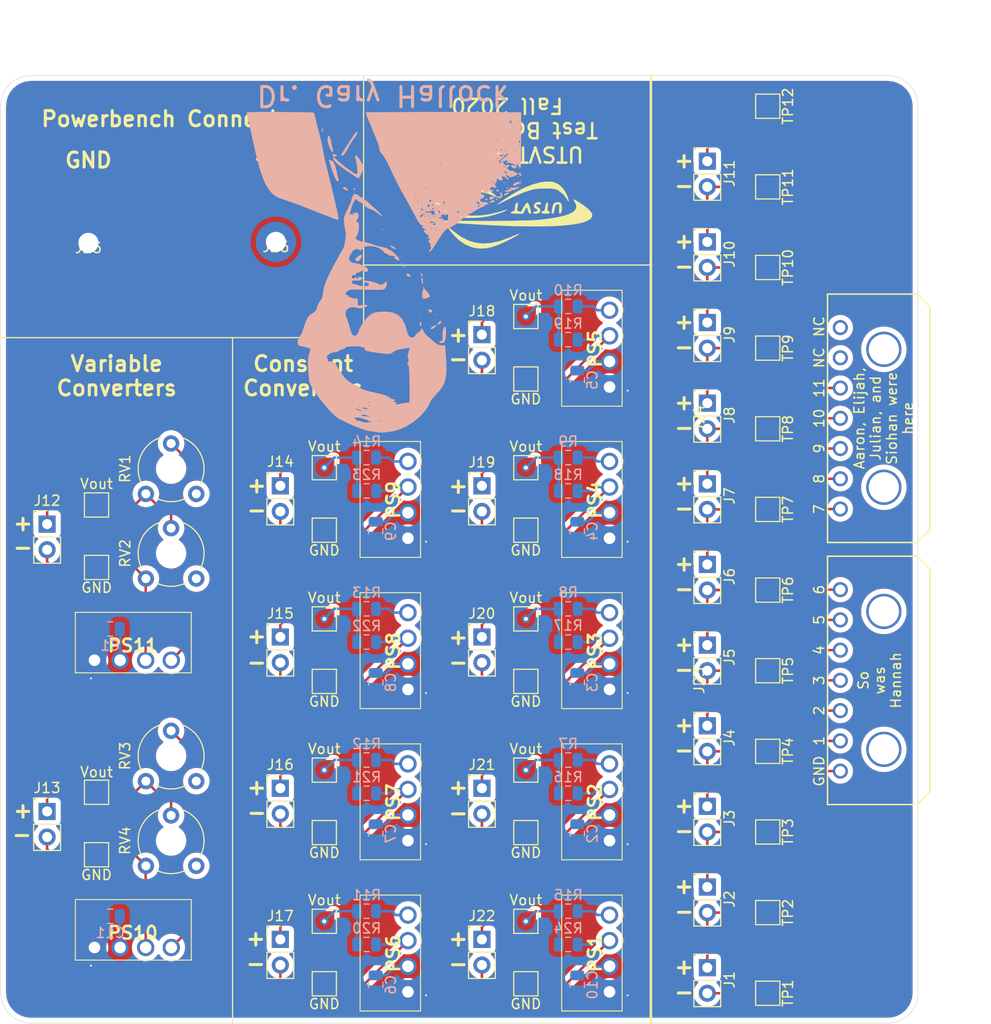
<source format=kicad_pcb>
(kicad_pcb (version 20171130) (host pcbnew "(5.1.6)-1")
  (layers (0 F.Cu signal hide) (31 B.Cu signal) (34 B.Paste user) (35 F.Paste user) (36 B.SilkS user) (37 F.SilkS user) (38 B.Mask user) (39 F.Mask user) (44 Edge.Cuts user))
  (net 0 "")
  (net 1 GND)
  (net 2 "Net-(J1-Pad2)")
  (net 3 "Net-(J1-Pad1)")
  (net 4 "Net-(J23-Pad4)")
  (net 5 "Net-(J23-Pad3)")
  (net 6 "Net-(J23-Pad2)")
  (net 7 "Net-(J23-Pad1)")
  (net 8 "Net-(J24-Pad7)")
  (net 9 "Net-(J24-Pad6)")
  (net 10 "Net-(J10-Pad1)")
  (net 11 "Net-(J10-Pad2)")
  (net 12 "Net-(J24-Pad2)")
  (net 13 "Net-(J24-Pad1)")
  (net 14 +5V)
  (net 15 "Net-(J12-Pad1)")
  (net 16 "Net-(J13-Pad1)")
  (net 17 "Net-(J14-Pad2)")
  (net 18 "Net-(J14-Pad1)")
  (net 19 "Net-(J15-Pad2)")
  (net 20 "Net-(J15-Pad1)")
  (net 21 "Net-(J16-Pad2)")
  (net 22 "Net-(J16-Pad1)")
  (net 23 "Net-(J17-Pad2)")
  (net 24 "Net-(J17-Pad1)")
  (net 25 "Net-(J18-Pad2)")
  (net 26 "Net-(J18-Pad1)")
  (net 27 "Net-(J19-Pad2)")
  (net 28 "Net-(J19-Pad1)")
  (net 29 "Net-(J20-Pad2)")
  (net 30 "Net-(J20-Pad1)")
  (net 31 "Net-(J21-Pad2)")
  (net 32 "Net-(J21-Pad1)")
  (net 33 "Net-(J22-Pad2)")
  (net 34 "Net-(J22-Pad1)")
  (net 35 "Net-(PS1-Pad4)")
  (net 36 "Net-(PS2-Pad4)")
  (net 37 "Net-(PS3-Pad4)")
  (net 38 "Net-(PS4-Pad4)")
  (net 39 "Net-(PS5-Pad4)")
  (net 40 "Net-(PS6-Pad4)")
  (net 41 "Net-(PS7-Pad4)")
  (net 42 "Net-(PS8-Pad4)")
  (net 43 "Net-(PS9-Pad4)")
  (net 44 "Net-(RV1-Pad1)")
  (net 45 "Net-(RV2-Pad1)")
  (net 46 "Net-(J2-Pad1)")
  (net 47 "Net-(J11-Pad1)")
  (net 48 "Net-(J12-Pad2)")
  (net 49 "Net-(J13-Pad2)")
  (net 50 "Net-(PS10-Pad4)")
  (net 51 "Net-(PS11-Pad4)")
  (net 52 "Net-(RV3-Pad1)")
  (net 53 "Net-(RV4-Pad1)")
  (module Potentiometer_THT:Potentiometer_Piher_PT-6-V_Vertical_Hole (layer F.Cu) (at 122.4 122.4 90)
    (fp_text reference RV4 (at 2.5 -7.06 90) (layer F.SilkS))
    (fp_text value R_POT)
    (pad "" np_thru_hole circle (at 2.5 -2.5 90) (size 2 2) (drill 2) (layers *.Cu *.Mask))
    (pad 1 thru_hole circle (at 0 0 90) (size 1.62 1.62) (drill 0.9) (layers *.Cu *.Mask) (net 53 "Net-(RV4-Pad1)"))
    (pad 2 thru_hole circle (at 5 -2.5 90) (size 1.62 1.62) (drill 0.9) (layers *.Cu *.Mask) (net 16 "Net-(J13-Pad1)"))
    (pad 3 thru_hole circle (at 0 -5 90) (size 1.62 1.62) (drill 0.9) (layers *.Cu *.Mask) (net 49 "Net-(J13-Pad2)"))
  )
  (module Potentiometer_THT:Potentiometer_Piher_PT-6-V_Vertical_Hole (layer F.Cu) (at 122.4 114 90)
    (fp_text reference RV3 (at 2.5 -7.06 90) (layer F.SilkS))
    (fp_text value R_POT)
    (pad "" np_thru_hole circle (at 2.5 -2.5 90) (size 2 2) (drill 2) (layers *.Cu *.Mask))
    (pad 1 thru_hole circle (at 0 0 90) (size 1.62 1.62) (drill 0.9) (layers *.Cu *.Mask) (net 52 "Net-(RV3-Pad1)"))
    (pad 2 thru_hole circle (at 5 -2.5 90) (size 1.62 1.62) (drill 0.9) (layers *.Cu *.Mask) (net 50 "Net-(PS10-Pad4)"))
    (pad 3 thru_hole circle (at 0 -5 90) (size 1.62 1.62) (drill 0.9) (layers *.Cu *.Mask) (net 16 "Net-(J13-Pad1)"))
  )
  (module Potentiometer_THT:Potentiometer_Piher_PT-6-V_Vertical_Hole (layer F.Cu) (at 122.4 93.9 90)
    (fp_text reference RV2 (at 2.5 -7.06 90) (layer F.SilkS))
    (fp_text value R_POT)
    (pad "" np_thru_hole circle (at 2.5 -2.5 90) (size 2 2) (drill 2) (layers *.Cu *.Mask))
    (pad 1 thru_hole circle (at 0 0 90) (size 1.62 1.62) (drill 0.9) (layers *.Cu *.Mask) (net 45 "Net-(RV2-Pad1)"))
    (pad 2 thru_hole circle (at 5 -2.5 90) (size 1.62 1.62) (drill 0.9) (layers *.Cu *.Mask) (net 15 "Net-(J12-Pad1)"))
    (pad 3 thru_hole circle (at 0 -5 90) (size 1.62 1.62) (drill 0.9) (layers *.Cu *.Mask) (net 48 "Net-(J12-Pad2)"))
  )
  (module Potentiometer_THT:Potentiometer_Piher_PT-6-V_Vertical_Hole (layer F.Cu) (at 122.4 85.5 90)
    (fp_text reference RV1 (at 2.5 -7.06 90) (layer F.SilkS))
    (fp_text value R_POT)
    (pad "" np_thru_hole circle (at 2.5 -2.5 90) (size 2 2) (drill 2) (layers *.Cu *.Mask))
    (pad 1 thru_hole circle (at 0 0 90) (size 1.62 1.62) (drill 0.9) (layers *.Cu *.Mask) (net 44 "Net-(RV1-Pad1)"))
    (pad 2 thru_hole circle (at 5 -2.5 90) (size 1.62 1.62) (drill 0.9) (layers *.Cu *.Mask) (net 51 "Net-(PS11-Pad4)"))
    (pad 3 thru_hole circle (at 0 -5 90) (size 1.62 1.62) (drill 0.9) (layers *.Cu *.Mask) (net 15 "Net-(J12-Pad1)"))
  )
  (module Capacitor_SMD:C_0805_2012Metric (layer B.Cu) (at 113.8625 98.9)
    (fp_text reference C1 (at 0 1.65) (layer B.SilkS) (effects (justify mirror)))
    (fp_text value 6.8u)
    (pad 2 smd roundrect (at 0.9375 0) (size 0.975 1.4) (layers B.Cu B.Paste B.Mask) (net 14 +5V))
    (pad 1 smd roundrect (at -0.9375 0) (size 0.975 1.4) (layers B.Cu B.Paste B.Mask) (net 1 GND))
  )
  (module Capacitor_SMD:C_0805_2012Metric (layer B.Cu) (at 113.8625 127.4)
    (fp_text reference C11 (at 0 1.65) (layer B.SilkS) (effects (justify mirror)))
    (fp_text value 6.8u)
    (pad 2 smd roundrect (at 0.9375 0) (size 0.975 1.4) (layers B.Cu B.Paste B.Mask) (net 14 +5V))
    (pad 1 smd roundrect (at -0.9375 0) (size 0.975 1.4) (layers B.Cu B.Paste B.Mask) (net 1 GND))
  )
  (module UTSVT_Power:RFM0505S (layer F.Cu) (at 112.3 130.5)
    (fp_text reference PS10 (at 3.81 -1.45) (layer F.SilkS) (effects (font (size 1.27 1.27) (thickness 0.254))))
    (fp_text value RFM-0505S hide)
    (pad 4 thru_hole circle (at 7.62 0) (size 1.725 1.725) (drill 1.15) (layers *.Cu *.Mask) (net 50 "Net-(PS10-Pad4)"))
    (pad 3 thru_hole circle (at 5.08 0) (size 1.725 1.725) (drill 1.15) (layers *.Cu *.Mask) (net 49 "Net-(J13-Pad2)"))
    (pad 2 thru_hole circle (at 2.54 0) (size 1.725 1.725) (drill 1.15) (layers *.Cu *.Mask) (net 14 +5V))
    (pad 1 thru_hole circle (at 0 0) (size 1.725 1.725) (drill 1.15) (layers *.Cu *.Mask) (net 1 GND))
  )
  (module UTSVT_Power:RFM0505S (layer F.Cu) (at 112.3 102)
    (fp_text reference PS11 (at 3.81 -1.45) (layer F.SilkS) (effects (font (size 1.27 1.27) (thickness 0.254))))
    (fp_text value RFM-0505S hide)
    (pad 4 thru_hole circle (at 7.62 0) (size 1.725 1.725) (drill 1.15) (layers *.Cu *.Mask) (net 51 "Net-(PS11-Pad4)"))
    (pad 3 thru_hole circle (at 5.08 0) (size 1.725 1.725) (drill 1.15) (layers *.Cu *.Mask) (net 48 "Net-(J12-Pad2)"))
    (pad 2 thru_hole circle (at 2.54 0) (size 1.725 1.725) (drill 1.15) (layers *.Cu *.Mask) (net 14 +5V))
    (pad 1 thru_hole circle (at 0 0) (size 1.725 1.725) (drill 1.15) (layers *.Cu *.Mask) (net 1 GND))
  )
  (module UTSVT_Power:RFM0505S (layer F.Cu) (at 143.4 89.9 90)
    (fp_text reference PS9 (at 3.81 -1.45 90) (layer F.SilkS) (effects (font (size 1.27 1.27) (thickness 0.254))))
    (fp_text value RFM-0505S hide)
    (pad 4 thru_hole circle (at 7.62 0 90) (size 1.725 1.725) (drill 1.15) (layers *.Cu *.Mask) (net 43 "Net-(PS9-Pad4)"))
    (pad 3 thru_hole circle (at 5.08 0 90) (size 1.725 1.725) (drill 1.15) (layers *.Cu *.Mask) (net 17 "Net-(J14-Pad2)"))
    (pad 2 thru_hole circle (at 2.54 0 90) (size 1.725 1.725) (drill 1.15) (layers *.Cu *.Mask) (net 14 +5V))
    (pad 1 thru_hole circle (at 0 0 90) (size 1.725 1.725) (drill 1.15) (layers *.Cu *.Mask) (net 1 GND))
  )
  (module UTSVT_Power:RFM0505S (layer F.Cu) (at 143.4 104.9 90)
    (fp_text reference PS8 (at 3.81 -1.45 90) (layer F.SilkS) (effects (font (size 1.27 1.27) (thickness 0.254))))
    (fp_text value RFM-0505S hide)
    (pad 4 thru_hole circle (at 7.62 0 90) (size 1.725 1.725) (drill 1.15) (layers *.Cu *.Mask) (net 42 "Net-(PS8-Pad4)"))
    (pad 3 thru_hole circle (at 5.08 0 90) (size 1.725 1.725) (drill 1.15) (layers *.Cu *.Mask) (net 19 "Net-(J15-Pad2)"))
    (pad 2 thru_hole circle (at 2.54 0 90) (size 1.725 1.725) (drill 1.15) (layers *.Cu *.Mask) (net 14 +5V))
    (pad 1 thru_hole circle (at 0 0 90) (size 1.725 1.725) (drill 1.15) (layers *.Cu *.Mask) (net 1 GND))
  )
  (module UTSVT_Power:RFM0505S (layer F.Cu) (at 143.4 119.9 90)
    (fp_text reference PS7 (at 3.81 -1.45 90) (layer F.SilkS) (effects (font (size 1.27 1.27) (thickness 0.254))))
    (fp_text value RFM-0505S hide)
    (pad 4 thru_hole circle (at 7.62 0 90) (size 1.725 1.725) (drill 1.15) (layers *.Cu *.Mask) (net 41 "Net-(PS7-Pad4)"))
    (pad 3 thru_hole circle (at 5.08 0 90) (size 1.725 1.725) (drill 1.15) (layers *.Cu *.Mask) (net 21 "Net-(J16-Pad2)"))
    (pad 2 thru_hole circle (at 2.54 0 90) (size 1.725 1.725) (drill 1.15) (layers *.Cu *.Mask) (net 14 +5V))
    (pad 1 thru_hole circle (at 0 0 90) (size 1.725 1.725) (drill 1.15) (layers *.Cu *.Mask) (net 1 GND))
  )
  (module UTSVT_Power:RFM0505S (layer F.Cu) (at 143.4 134.9 90)
    (fp_text reference PS6 (at 3.81 -1.45 90) (layer F.SilkS) (effects (font (size 1.27 1.27) (thickness 0.254))))
    (fp_text value RFM-0505S hide)
    (pad 4 thru_hole circle (at 7.62 0 90) (size 1.725 1.725) (drill 1.15) (layers *.Cu *.Mask) (net 40 "Net-(PS6-Pad4)"))
    (pad 3 thru_hole circle (at 5.08 0 90) (size 1.725 1.725) (drill 1.15) (layers *.Cu *.Mask) (net 23 "Net-(J17-Pad2)"))
    (pad 2 thru_hole circle (at 2.54 0 90) (size 1.725 1.725) (drill 1.15) (layers *.Cu *.Mask) (net 14 +5V))
    (pad 1 thru_hole circle (at 0 0 90) (size 1.725 1.725) (drill 1.15) (layers *.Cu *.Mask) (net 1 GND))
  )
  (module UTSVT_Power:RFM0505S (layer F.Cu) (at 163.4 74.9 90)
    (fp_text reference PS5 (at 3.81 -1.45 90) (layer F.SilkS) (effects (font (size 1.27 1.27) (thickness 0.254))))
    (fp_text value RFM-0505S hide)
    (pad 4 thru_hole circle (at 7.62 0 90) (size 1.725 1.725) (drill 1.15) (layers *.Cu *.Mask) (net 39 "Net-(PS5-Pad4)"))
    (pad 3 thru_hole circle (at 5.08 0 90) (size 1.725 1.725) (drill 1.15) (layers *.Cu *.Mask) (net 25 "Net-(J18-Pad2)"))
    (pad 2 thru_hole circle (at 2.54 0 90) (size 1.725 1.725) (drill 1.15) (layers *.Cu *.Mask) (net 14 +5V))
    (pad 1 thru_hole circle (at 0 0 90) (size 1.725 1.725) (drill 1.15) (layers *.Cu *.Mask) (net 1 GND))
  )
  (module UTSVT_Power:RFM0505S (layer F.Cu) (at 163.4 89.9 90)
    (fp_text reference PS4 (at 3.81 -1.45 90) (layer F.SilkS) (effects (font (size 1.27 1.27) (thickness 0.254))))
    (fp_text value RFM-0505S hide)
    (pad 4 thru_hole circle (at 7.62 0 90) (size 1.725 1.725) (drill 1.15) (layers *.Cu *.Mask) (net 38 "Net-(PS4-Pad4)"))
    (pad 3 thru_hole circle (at 5.08 0 90) (size 1.725 1.725) (drill 1.15) (layers *.Cu *.Mask) (net 27 "Net-(J19-Pad2)"))
    (pad 2 thru_hole circle (at 2.54 0 90) (size 1.725 1.725) (drill 1.15) (layers *.Cu *.Mask) (net 14 +5V))
    (pad 1 thru_hole circle (at 0 0 90) (size 1.725 1.725) (drill 1.15) (layers *.Cu *.Mask) (net 1 GND))
  )
  (module UTSVT_Power:RFM0505S (layer F.Cu) (at 163.4 104.9 90)
    (fp_text reference PS3 (at 3.81 -1.45 90) (layer F.SilkS) (effects (font (size 1.27 1.27) (thickness 0.254))))
    (fp_text value RFM-0505S hide)
    (pad 4 thru_hole circle (at 7.62 0 90) (size 1.725 1.725) (drill 1.15) (layers *.Cu *.Mask) (net 37 "Net-(PS3-Pad4)"))
    (pad 3 thru_hole circle (at 5.08 0 90) (size 1.725 1.725) (drill 1.15) (layers *.Cu *.Mask) (net 29 "Net-(J20-Pad2)"))
    (pad 2 thru_hole circle (at 2.54 0 90) (size 1.725 1.725) (drill 1.15) (layers *.Cu *.Mask) (net 14 +5V))
    (pad 1 thru_hole circle (at 0 0 90) (size 1.725 1.725) (drill 1.15) (layers *.Cu *.Mask) (net 1 GND))
  )
  (module UTSVT_Power:RFM0505S (layer F.Cu) (at 163.4 119.9 90)
    (fp_text reference PS2 (at 3.81 -1.45 90) (layer F.SilkS) (effects (font (size 1.27 1.27) (thickness 0.254))))
    (fp_text value RFM-0505S hide)
    (pad 4 thru_hole circle (at 7.62 0 90) (size 1.725 1.725) (drill 1.15) (layers *.Cu *.Mask) (net 36 "Net-(PS2-Pad4)"))
    (pad 3 thru_hole circle (at 5.08 0 90) (size 1.725 1.725) (drill 1.15) (layers *.Cu *.Mask) (net 31 "Net-(J21-Pad2)"))
    (pad 2 thru_hole circle (at 2.54 0 90) (size 1.725 1.725) (drill 1.15) (layers *.Cu *.Mask) (net 14 +5V))
    (pad 1 thru_hole circle (at 0 0 90) (size 1.725 1.725) (drill 1.15) (layers *.Cu *.Mask) (net 1 GND))
  )
  (module UTSVT_Power:RFM0505S (layer F.Cu) (at 163.4 134.9 90)
    (fp_text reference PS1 (at 3.81 -1.45 90) (layer F.SilkS) (effects (font (size 1.27 1.27) (thickness 0.254))))
    (fp_text value RFM-0505S hide)
    (pad 4 thru_hole circle (at 7.62 0 90) (size 1.725 1.725) (drill 1.15) (layers *.Cu *.Mask) (net 35 "Net-(PS1-Pad4)"))
    (pad 3 thru_hole circle (at 5.08 0 90) (size 1.725 1.725) (drill 1.15) (layers *.Cu *.Mask) (net 33 "Net-(J22-Pad2)"))
    (pad 2 thru_hole circle (at 2.54 0 90) (size 1.725 1.725) (drill 1.15) (layers *.Cu *.Mask) (net 14 +5V))
    (pad 1 thru_hole circle (at 0 0 90) (size 1.725 1.725) (drill 1.15) (layers *.Cu *.Mask) (net 1 GND))
  )
  (module UTSVT_Connectors:Molex_MicroFit_01x07_Horizontal (layer F.Cu) (at 186.3 78 90)
    (fp_text reference J24 (at 0 -14 90) (layer F.SilkS))
    (fp_text value Conn_01x07)
    (pad "" thru_hole circle (at 6.841 4.318 90) (size 3.5 3.5) (drill 3) (layers *.Cu *.Mask))
    (pad "" thru_hole circle (at -6.841 4.318 90) (size 3.5 3.5) (drill 3) (layers *.Cu *.Mask))
    (pad 7 thru_hole circle (at -9 0 90) (size 1.5 1.5) (drill 1) (layers *.Cu *.Mask) (net 8 "Net-(J24-Pad7)"))
    (pad 6 thru_hole circle (at -6 0 90) (size 1.5 1.5) (drill 1) (layers *.Cu *.Mask) (net 9 "Net-(J24-Pad6)"))
    (pad 5 thru_hole circle (at -3 0 90) (size 1.5 1.5) (drill 1) (layers *.Cu *.Mask) (net 11 "Net-(J10-Pad2)"))
    (pad 4 thru_hole circle (at 0 0 90) (size 1.5 1.5) (drill 1) (layers *.Cu *.Mask) (net 10 "Net-(J10-Pad1)"))
    (pad 3 thru_hole circle (at 3 0 90) (size 1.5 1.5) (drill 1) (layers *.Cu *.Mask) (net 47 "Net-(J11-Pad1)"))
    (pad 2 thru_hole circle (at 6 0 90) (size 1.5 1.5) (drill 1) (layers *.Cu *.Mask) (net 12 "Net-(J24-Pad2)"))
    (pad 1 thru_hole circle (at 9 0 90) (size 1.5 1.5) (drill 1) (layers *.Cu *.Mask) (net 13 "Net-(J24-Pad1)"))
  )
  (module UTSVT_Connectors:Molex_MicroFit_01x07_Horizontal (layer F.Cu) (at 186.3 104 90)
    (fp_text reference J23 (at 0 -14 90) (layer F.SilkS))
    (fp_text value Conn_01x07)
    (pad "" thru_hole circle (at 6.841 4.318 90) (size 3.5 3.5) (drill 3) (layers *.Cu *.Mask))
    (pad "" thru_hole circle (at -6.841 4.318 90) (size 3.5 3.5) (drill 3) (layers *.Cu *.Mask))
    (pad 7 thru_hole circle (at -9 0 90) (size 1.5 1.5) (drill 1) (layers *.Cu *.Mask) (net 2 "Net-(J1-Pad2)"))
    (pad 6 thru_hole circle (at -6 0 90) (size 1.5 1.5) (drill 1) (layers *.Cu *.Mask) (net 3 "Net-(J1-Pad1)"))
    (pad 5 thru_hole circle (at -3 0 90) (size 1.5 1.5) (drill 1) (layers *.Cu *.Mask) (net 46 "Net-(J2-Pad1)"))
    (pad 4 thru_hole circle (at 0 0 90) (size 1.5 1.5) (drill 1) (layers *.Cu *.Mask) (net 4 "Net-(J23-Pad4)"))
    (pad 3 thru_hole circle (at 3 0 90) (size 1.5 1.5) (drill 1) (layers *.Cu *.Mask) (net 5 "Net-(J23-Pad3)"))
    (pad 2 thru_hole circle (at 6 0 90) (size 1.5 1.5) (drill 1) (layers *.Cu *.Mask) (net 6 "Net-(J23-Pad2)"))
    (pad 1 thru_hole circle (at 9 0 90) (size 1.5 1.5) (drill 1) (layers *.Cu *.Mask) (net 7 "Net-(J23-Pad1)"))
  )
  (module Resistor_SMD:R_0805_2012Metric (layer B.Cu) (at 159.3 130.2)
    (fp_text reference R24 (at 0 -1.6) (layer B.SilkS) (effects (justify mirror)))
    (fp_text value 720)
    (pad 2 smd roundrect (at 0.9375 0) (size 0.975 1.4) (layers B.Cu B.Paste B.Mask) (net 33 "Net-(J22-Pad2)"))
    (pad 1 smd roundrect (at -0.9375 0) (size 0.975 1.4) (layers B.Cu B.Paste B.Mask) (net 34 "Net-(J22-Pad1)"))
  )
  (module TestPoint:TestPoint_Pad_2.0x2.0mm (layer F.Cu) (at 155.1 134.1 180)
    (fp_text reference TP21 hide)
    (fp_text value ConstMod1-GND)
    (pad 1 smd rect (at 0 0 180) (size 2 2) (layers F.Cu F.Mask) (net 33 "Net-(J22-Pad2)"))
  )
  (module TestPoint:TestPoint_Pad_2.0x2.0mm (layer F.Cu) (at 155.1 112.9 180)
    (fp_text reference TP38 hide)
    (fp_text value ConstMod9-Vout)
    (pad 1 smd rect (at 0 0 180) (size 2 2) (layers F.Cu F.Mask) (net 32 "Net-(J21-Pad1)"))
  )
  (module TestPoint:TestPoint_Pad_2.0x2.0mm (layer F.Cu) (at 155.1 119.1 180)
    (fp_text reference TP37 hide)
    (fp_text value ConstMod9-GND)
    (pad 1 smd rect (at 0 0 180) (size 2 2) (layers F.Cu F.Mask) (net 31 "Net-(J21-Pad2)"))
  )
  (module TestPoint:TestPoint_Pad_2.0x2.0mm (layer F.Cu) (at 155.1 97.9 180)
    (fp_text reference TP36 hide)
    (fp_text value ConstMod8-Vout)
    (pad 1 smd rect (at 0 0 180) (size 2 2) (layers F.Cu F.Mask) (net 30 "Net-(J20-Pad1)"))
  )
  (module TestPoint:TestPoint_Pad_2.0x2.0mm (layer F.Cu) (at 155.1 104.1 180)
    (fp_text reference TP35 hide)
    (fp_text value ConstMod8-GND)
    (pad 1 smd rect (at 0 0 180) (size 2 2) (layers F.Cu F.Mask) (net 29 "Net-(J20-Pad2)"))
  )
  (module TestPoint:TestPoint_Pad_2.0x2.0mm (layer F.Cu) (at 155.1 82.9 180)
    (fp_text reference TP34 hide)
    (fp_text value ConstMod7-Vout)
    (pad 1 smd rect (at 0 0 180) (size 2 2) (layers F.Cu F.Mask) (net 28 "Net-(J19-Pad1)"))
  )
  (module TestPoint:TestPoint_Pad_2.0x2.0mm (layer F.Cu) (at 155.1 89.1 180)
    (fp_text reference TP33 hide)
    (fp_text value ConstMod7-GND)
    (pad 1 smd rect (at 0 0 180) (size 2 2) (layers F.Cu F.Mask) (net 27 "Net-(J19-Pad2)"))
  )
  (module TestPoint:TestPoint_Pad_2.0x2.0mm (layer F.Cu) (at 155.1 67.9 180)
    (fp_text reference TP32 hide)
    (fp_text value ConstMod6-Vout)
    (pad 1 smd rect (at 0 0 180) (size 2 2) (layers F.Cu F.Mask) (net 26 "Net-(J18-Pad1)"))
  )
  (module TestPoint:TestPoint_Pad_2.0x2.0mm (layer F.Cu) (at 155.1 74.1 180)
    (fp_text reference TP31 hide)
    (fp_text value ConstMod6-GND)
    (pad 1 smd rect (at 0 0 180) (size 2 2) (layers F.Cu F.Mask) (net 25 "Net-(J18-Pad2)"))
  )
  (module TestPoint:TestPoint_Pad_2.0x2.0mm (layer F.Cu) (at 135.1 127.9 180)
    (fp_text reference TP30 hide)
    (fp_text value ConstMod5-Vout)
    (pad 1 smd rect (at 0 0 180) (size 2 2) (layers F.Cu F.Mask) (net 24 "Net-(J17-Pad1)"))
  )
  (module TestPoint:TestPoint_Pad_2.0x2.0mm (layer F.Cu) (at 135.1 134.1 180)
    (fp_text reference TP29 hide)
    (fp_text value ConstMod5-GND)
    (pad 1 smd rect (at 0 0 180) (size 2 2) (layers F.Cu F.Mask) (net 23 "Net-(J17-Pad2)"))
  )
  (module TestPoint:TestPoint_Pad_2.0x2.0mm (layer F.Cu) (at 135.1 112.9 180)
    (fp_text reference TP28 hide)
    (fp_text value ConstMod4-Vout)
    (pad 1 smd rect (at 0 0 180) (size 2 2) (layers F.Cu F.Mask) (net 22 "Net-(J16-Pad1)"))
  )
  (module TestPoint:TestPoint_Pad_2.0x2.0mm (layer F.Cu) (at 135.1 119.1 180)
    (fp_text reference TP27 hide)
    (fp_text value ConstMod4-GND)
    (pad 1 smd rect (at 0 0 180) (size 2 2) (layers F.Cu F.Mask) (net 21 "Net-(J16-Pad2)"))
  )
  (module TestPoint:TestPoint_Pad_2.0x2.0mm (layer F.Cu) (at 135.1 97.9 180)
    (fp_text reference TP26 hide)
    (fp_text value ConstMod3-Vout)
    (pad 1 smd rect (at 0 0 180) (size 2 2) (layers F.Cu F.Mask) (net 20 "Net-(J15-Pad1)"))
  )
  (module TestPoint:TestPoint_Pad_2.0x2.0mm (layer F.Cu) (at 135.1 104.1 180)
    (fp_text reference TP25 hide)
    (fp_text value ConstMod3-GND)
    (pad 1 smd rect (at 0 0 180) (size 2 2) (layers F.Cu F.Mask) (net 19 "Net-(J15-Pad2)"))
  )
  (module TestPoint:TestPoint_Pad_2.0x2.0mm (layer F.Cu) (at 135.1 82.9 180)
    (fp_text reference TP24 hide)
    (fp_text value ConstMod2-Vout)
    (pad 1 smd rect (at 0 0 180) (size 2 2) (layers F.Cu F.Mask) (net 18 "Net-(J14-Pad1)"))
  )
  (module TestPoint:TestPoint_Pad_2.0x2.0mm (layer F.Cu) (at 135.1 89.1 180)
    (fp_text reference TP23 hide)
    (fp_text value ConstMod2-GND)
    (pad 1 smd rect (at 0 0 180) (size 2 2) (layers F.Cu F.Mask) (net 17 "Net-(J14-Pad2)"))
  )
  (module TestPoint:TestPoint_Pad_2.0x2.0mm (layer F.Cu) (at 155.1 127.9 180)
    (fp_text reference TP22 hide)
    (fp_text value ConstMod1-Vout)
    (pad 1 smd rect (at 0 0 180) (size 2 2) (layers F.Cu F.Mask) (net 34 "Net-(J22-Pad1)"))
  )
  (module TestPoint:TestPoint_Pad_2.0x2.0mm (layer F.Cu) (at 112.5 115.1 180)
    (fp_text reference TP20 hide)
    (fp_text value VariableMod1-Vout)
    (pad 1 smd rect (at 0 0 180) (size 2 2) (layers F.Cu F.Mask) (net 16 "Net-(J13-Pad1)"))
  )
  (module TestPoint:TestPoint_Pad_2.0x2.0mm (layer F.Cu) (at 112.5 121.3 180)
    (fp_text reference TP19 hide)
    (fp_text value VariableMod1-GND)
    (pad 1 smd rect (at 0 0 180) (size 2 2) (layers F.Cu F.Mask) (net 49 "Net-(J13-Pad2)"))
  )
  (module TestPoint:TestPoint_Pad_2.0x2.0mm (layer F.Cu) (at 112.5 86.6 180)
    (fp_text reference TP18 hide)
    (fp_text value VariableMod2-Vout)
    (pad 1 smd rect (at 0 0 180) (size 2 2) (layers F.Cu F.Mask) (net 15 "Net-(J12-Pad1)"))
  )
  (module TestPoint:TestPoint_Pad_2.0x2.0mm (layer F.Cu) (at 112.5 92.8 180)
    (fp_text reference TP17 hide)
    (fp_text value VariableMod2-GND)
    (pad 1 smd rect (at 0 0 180) (size 2 2) (layers F.Cu F.Mask) (net 48 "Net-(J12-Pad2)"))
  )
  (module TestPoint:TestPoint_Pad_2.0x2.0mm (layer F.Cu) (at 179.1 47.04 270)
    (fp_text reference TP12 (at 0 -1.998 90) (layer F.SilkS))
    (fp_text value TestPoint)
    (pad 1 smd rect (at 0 0 270) (size 2 2) (layers F.Cu F.Mask) (net 47 "Net-(J11-Pad1)"))
  )
  (module TestPoint:TestPoint_Pad_2.0x2.0mm (layer F.Cu) (at 179.1 55.04 270)
    (fp_text reference TP11 (at 0 -1.998 90) (layer F.SilkS))
    (fp_text value TestPoint)
    (pad 1 smd rect (at 0 0 270) (size 2 2) (layers F.Cu F.Mask) (net 10 "Net-(J10-Pad1)"))
  )
  (module TestPoint:TestPoint_Pad_2.0x2.0mm (layer F.Cu) (at 179.1 63.04 270)
    (fp_text reference TP10 (at 0 -1.998 90) (layer F.SilkS))
    (fp_text value TestPoint)
    (pad 1 smd rect (at 0 0 270) (size 2 2) (layers F.Cu F.Mask) (net 11 "Net-(J10-Pad2)"))
  )
  (module TestPoint:TestPoint_Pad_2.0x2.0mm (layer F.Cu) (at 179.1 71.04 270)
    (fp_text reference TP9 (at 0 -1.998 90) (layer F.SilkS))
    (fp_text value TestPoint)
    (pad 1 smd rect (at 0 0 270) (size 2 2) (layers F.Cu F.Mask) (net 9 "Net-(J24-Pad6)"))
  )
  (module TestPoint:TestPoint_Pad_2.0x2.0mm (layer F.Cu) (at 179.1 79.04 270)
    (fp_text reference TP8 (at 0 -1.998 90) (layer F.SilkS))
    (fp_text value TestPoint)
    (pad 1 smd rect (at 0 0 270) (size 2 2) (layers F.Cu F.Mask) (net 8 "Net-(J24-Pad7)"))
  )
  (module TestPoint:TestPoint_Pad_2.0x2.0mm (layer F.Cu) (at 179.1 87.04 270)
    (fp_text reference TP7 (at 0 -1.998 90) (layer F.SilkS))
    (fp_text value TestPoint)
    (pad 1 smd rect (at 0 0 270) (size 2 2) (layers F.Cu F.Mask) (net 7 "Net-(J23-Pad1)"))
  )
  (module TestPoint:TestPoint_Pad_2.0x2.0mm (layer F.Cu) (at 179.1 95.04 270)
    (fp_text reference TP6 (at 0 -1.998 90) (layer F.SilkS))
    (fp_text value TestPoint)
    (pad 1 smd rect (at 0 0 270) (size 2 2) (layers F.Cu F.Mask) (net 6 "Net-(J23-Pad2)"))
  )
  (module TestPoint:TestPoint_Pad_2.0x2.0mm (layer F.Cu) (at 179.1 103.04 270)
    (fp_text reference TP5 (at 0 -1.998 90) (layer F.SilkS))
    (fp_text value TestPoint)
    (pad 1 smd rect (at 0 0 270) (size 2 2) (layers F.Cu F.Mask) (net 5 "Net-(J23-Pad3)"))
  )
  (module TestPoint:TestPoint_Pad_2.0x2.0mm (layer F.Cu) (at 179.1 111.04 270)
    (fp_text reference TP4 (at 0 -1.998 90) (layer F.SilkS))
    (fp_text value TestPoint)
    (pad 1 smd rect (at 0 0 270) (size 2 2) (layers F.Cu F.Mask) (net 4 "Net-(J23-Pad4)"))
  )
  (module TestPoint:TestPoint_Pad_2.0x2.0mm (layer F.Cu) (at 179.1 119.04 270)
    (fp_text reference TP3 (at 0 -1.998 90) (layer F.SilkS))
    (fp_text value TestPoint)
    (pad 1 smd rect (at 0 0 270) (size 2 2) (layers F.Cu F.Mask) (net 46 "Net-(J2-Pad1)"))
  )
  (module TestPoint:TestPoint_Pad_2.0x2.0mm (layer F.Cu) (at 179.1 127.04 270)
    (fp_text reference TP2 (at 0 -1.998 90) (layer F.SilkS))
    (fp_text value TestPoint)
    (pad 1 smd rect (at 0 0 270) (size 2 2) (layers F.Cu F.Mask) (net 3 "Net-(J1-Pad1)"))
  )
  (module TestPoint:TestPoint_Pad_2.0x2.0mm (layer F.Cu) (at 179.1 135.04 270)
    (fp_text reference TP1 (at 0 -1.998 90) (layer F.SilkS))
    (fp_text value TestPoint)
    (pad 1 smd rect (at 0 0 270) (size 2 2) (layers F.Cu F.Mask) (net 2 "Net-(J1-Pad2)"))
  )
  (module UTSVT_Connectors:Banana_Jack_1_Pin_4mm (layer F.Cu) (at 130.3 60.5)
    (fp_text reference J26 (at 0 0.5) (layer F.SilkS))
    (fp_text value Conn_01x01)
    (pad 1 thru_hole circle (at 0 0) (size 4 4) (drill 2) (layers *.Cu *.Mask) (net 14 +5V))
  )
  (module UTSVT_Connectors:Banana_Jack_1_Pin_4mm (layer F.Cu) (at 111.7 60.6)
    (fp_text reference J25 (at 0 0.5) (layer F.SilkS))
    (fp_text value Conn_01x01)
    (pad 1 thru_hole circle (at 0 0) (size 4 4) (drill 2) (layers *.Cu *.Mask) (net 1 GND))
  )
  (module Connector_PinHeader_2.54mm:PinHeader_1x02_P2.54mm_Vertical (layer F.Cu) (at 150.74 129.7)
    (fp_text reference J22 (at 0 -2.33) (layer F.SilkS))
    (fp_text value Conn_01x02)
    (pad 2 thru_hole oval (at 0 2.54) (size 1.7 1.7) (drill 1) (layers *.Cu *.Mask) (net 33 "Net-(J22-Pad2)"))
    (pad 1 thru_hole rect (at 0 0) (size 1.7 1.7) (drill 1) (layers *.Cu *.Mask) (net 34 "Net-(J22-Pad1)"))
  )
  (module Connector_PinHeader_2.54mm:PinHeader_1x02_P2.54mm_Vertical (layer F.Cu) (at 150.74 114.7)
    (fp_text reference J21 (at 0 -2.33) (layer F.SilkS))
    (fp_text value Conn_01x02)
    (pad 2 thru_hole oval (at 0 2.54) (size 1.7 1.7) (drill 1) (layers *.Cu *.Mask) (net 31 "Net-(J21-Pad2)"))
    (pad 1 thru_hole rect (at 0 0) (size 1.7 1.7) (drill 1) (layers *.Cu *.Mask) (net 32 "Net-(J21-Pad1)"))
  )
  (module Connector_PinHeader_2.54mm:PinHeader_1x02_P2.54mm_Vertical (layer F.Cu) (at 150.74 99.7)
    (fp_text reference J20 (at 0 -2.33) (layer F.SilkS))
    (fp_text value Conn_01x02)
    (pad 2 thru_hole oval (at 0 2.54) (size 1.7 1.7) (drill 1) (layers *.Cu *.Mask) (net 29 "Net-(J20-Pad2)"))
    (pad 1 thru_hole rect (at 0 0) (size 1.7 1.7) (drill 1) (layers *.Cu *.Mask) (net 30 "Net-(J20-Pad1)"))
  )
  (module Connector_PinHeader_2.54mm:PinHeader_1x02_P2.54mm_Vertical (layer F.Cu) (at 150.74 84.7)
    (fp_text reference J19 (at 0 -2.33) (layer F.SilkS))
    (fp_text value Conn_01x02)
    (pad 2 thru_hole oval (at 0 2.54) (size 1.7 1.7) (drill 1) (layers *.Cu *.Mask) (net 27 "Net-(J19-Pad2)"))
    (pad 1 thru_hole rect (at 0 0) (size 1.7 1.7) (drill 1) (layers *.Cu *.Mask) (net 28 "Net-(J19-Pad1)"))
  )
  (module Connector_PinHeader_2.54mm:PinHeader_1x02_P2.54mm_Vertical (layer F.Cu) (at 150.74 69.7)
    (fp_text reference J18 (at 0 -2.33) (layer F.SilkS))
    (fp_text value Conn_01x02)
    (pad 2 thru_hole oval (at 0 2.54) (size 1.7 1.7) (drill 1) (layers *.Cu *.Mask) (net 25 "Net-(J18-Pad2)"))
    (pad 1 thru_hole rect (at 0 0) (size 1.7 1.7) (drill 1) (layers *.Cu *.Mask) (net 26 "Net-(J18-Pad1)"))
  )
  (module Connector_PinHeader_2.54mm:PinHeader_1x02_P2.54mm_Vertical (layer F.Cu) (at 130.74 129.7)
    (fp_text reference J17 (at 0 -2.33) (layer F.SilkS))
    (fp_text value Conn_01x02)
    (pad 2 thru_hole oval (at 0 2.54) (size 1.7 1.7) (drill 1) (layers *.Cu *.Mask) (net 23 "Net-(J17-Pad2)"))
    (pad 1 thru_hole rect (at 0 0) (size 1.7 1.7) (drill 1) (layers *.Cu *.Mask) (net 24 "Net-(J17-Pad1)"))
  )
  (module Connector_PinHeader_2.54mm:PinHeader_1x02_P2.54mm_Vertical (layer F.Cu) (at 130.74 114.7)
    (fp_text reference J16 (at 0 -2.33) (layer F.SilkS))
    (fp_text value Conn_01x02)
    (pad 2 thru_hole oval (at 0 2.54) (size 1.7 1.7) (drill 1) (layers *.Cu *.Mask) (net 21 "Net-(J16-Pad2)"))
    (pad 1 thru_hole rect (at 0 0) (size 1.7 1.7) (drill 1) (layers *.Cu *.Mask) (net 22 "Net-(J16-Pad1)"))
  )
  (module Connector_PinHeader_2.54mm:PinHeader_1x02_P2.54mm_Vertical (layer F.Cu) (at 130.74 99.7)
    (fp_text reference J15 (at 0 -2.33) (layer F.SilkS))
    (fp_text value Conn_01x02)
    (pad 2 thru_hole oval (at 0 2.54) (size 1.7 1.7) (drill 1) (layers *.Cu *.Mask) (net 19 "Net-(J15-Pad2)"))
    (pad 1 thru_hole rect (at 0 0) (size 1.7 1.7) (drill 1) (layers *.Cu *.Mask) (net 20 "Net-(J15-Pad1)"))
  )
  (module Connector_PinHeader_2.54mm:PinHeader_1x02_P2.54mm_Vertical (layer F.Cu) (at 130.74 84.7)
    (fp_text reference J14 (at 0 -2.4) (layer F.SilkS))
    (fp_text value Conn_01x02)
    (pad 2 thru_hole oval (at 0 2.54) (size 1.7 1.7) (drill 1) (layers *.Cu *.Mask) (net 17 "Net-(J14-Pad2)"))
    (pad 1 thru_hole rect (at 0 0) (size 1.7 1.7) (drill 1) (layers *.Cu *.Mask) (net 18 "Net-(J14-Pad1)"))
  )
  (module Connector_PinHeader_2.54mm:PinHeader_1x02_P2.54mm_Vertical (layer F.Cu) (at 107.6 117)
    (fp_text reference J13 (at 0 -2.33) (layer F.SilkS))
    (fp_text value Conn_01x02)
    (pad 2 thru_hole oval (at 0 2.54) (size 1.7 1.7) (drill 1) (layers *.Cu *.Mask) (net 49 "Net-(J13-Pad2)"))
    (pad 1 thru_hole rect (at 0 0) (size 1.7 1.7) (drill 1) (layers *.Cu *.Mask) (net 16 "Net-(J13-Pad1)"))
  )
  (module Connector_PinHeader_2.54mm:PinHeader_1x02_P2.54mm_Vertical (layer F.Cu) (at 107.6 88.5)
    (fp_text reference J12 (at 0 -2.33) (layer F.SilkS))
    (fp_text value Conn_01x02)
    (pad 2 thru_hole oval (at 0 2.54) (size 1.7 1.7) (drill 1) (layers *.Cu *.Mask) (net 48 "Net-(J12-Pad2)"))
    (pad 1 thru_hole rect (at 0 0) (size 1.7 1.7) (drill 1) (layers *.Cu *.Mask) (net 15 "Net-(J12-Pad1)"))
  )
  (module Connector_PinHeader_2.54mm:PinHeader_1x02_P2.54mm_Vertical (layer F.Cu) (at 173.1 52.5)
    (fp_text reference J11 (at 2.2 1.2 90) (layer F.SilkS))
    (fp_text value Conn_01x02)
    (pad 2 thru_hole oval (at 0 2.54) (size 1.7 1.7) (drill 1) (layers *.Cu *.Mask) (net 10 "Net-(J10-Pad1)"))
    (pad 1 thru_hole rect (at 0 0) (size 1.7 1.7) (drill 1) (layers *.Cu *.Mask) (net 47 "Net-(J11-Pad1)"))
  )
  (module Connector_PinHeader_2.54mm:PinHeader_1x02_P2.54mm_Vertical (layer F.Cu) (at 173.1 60.5)
    (fp_text reference J10 (at 2.2 1.2 90) (layer F.SilkS))
    (fp_text value Conn_01x02)
    (pad 2 thru_hole oval (at 0 2.54) (size 1.7 1.7) (drill 1) (layers *.Cu *.Mask) (net 11 "Net-(J10-Pad2)"))
    (pad 1 thru_hole rect (at 0 0) (size 1.7 1.7) (drill 1) (layers *.Cu *.Mask) (net 10 "Net-(J10-Pad1)"))
  )
  (module Connector_PinHeader_2.54mm:PinHeader_1x02_P2.54mm_Vertical (layer F.Cu) (at 173.1 68.5)
    (fp_text reference J9 (at 2.2 1.2 90) (layer F.SilkS))
    (fp_text value Conn_01x02)
    (pad 2 thru_hole oval (at 0 2.54) (size 1.7 1.7) (drill 1) (layers *.Cu *.Mask) (net 9 "Net-(J24-Pad6)"))
    (pad 1 thru_hole rect (at 0 0) (size 1.7 1.7) (drill 1) (layers *.Cu *.Mask) (net 11 "Net-(J10-Pad2)"))
  )
  (module Connector_PinHeader_2.54mm:PinHeader_1x02_P2.54mm_Vertical (layer F.Cu) (at 173.1 76.5)
    (fp_text reference J8 (at 2.2 1.2 90) (layer F.SilkS))
    (fp_text value Conn_01x02)
    (pad 2 thru_hole oval (at 0 2.54) (size 1.7 1.7) (drill 1) (layers *.Cu *.Mask) (net 8 "Net-(J24-Pad7)"))
    (pad 1 thru_hole rect (at 0 0) (size 1.7 1.7) (drill 1) (layers *.Cu *.Mask) (net 9 "Net-(J24-Pad6)"))
  )
  (module Connector_PinHeader_2.54mm:PinHeader_1x02_P2.54mm_Vertical (layer F.Cu) (at 173.1 84.5)
    (fp_text reference J7 (at 2.2 1.2 90) (layer F.SilkS))
    (fp_text value Conn_01x02)
    (pad 2 thru_hole oval (at 0 2.54) (size 1.7 1.7) (drill 1) (layers *.Cu *.Mask) (net 7 "Net-(J23-Pad1)"))
    (pad 1 thru_hole rect (at 0 0) (size 1.7 1.7) (drill 1) (layers *.Cu *.Mask) (net 8 "Net-(J24-Pad7)"))
  )
  (module Connector_PinHeader_2.54mm:PinHeader_1x02_P2.54mm_Vertical (layer F.Cu) (at 173.1 92.5)
    (fp_text reference J6 (at 2.2 1.2 90) (layer F.SilkS))
    (fp_text value Conn_01x02)
    (pad 2 thru_hole oval (at 0 2.54) (size 1.7 1.7) (drill 1) (layers *.Cu *.Mask) (net 6 "Net-(J23-Pad2)"))
    (pad 1 thru_hole rect (at 0 0) (size 1.7 1.7) (drill 1) (layers *.Cu *.Mask) (net 7 "Net-(J23-Pad1)"))
  )
  (module Connector_PinHeader_2.54mm:PinHeader_1x02_P2.54mm_Vertical (layer F.Cu) (at 173.1 100.5)
    (fp_text reference J5 (at 2.2 1.2 90) (layer F.SilkS))
    (fp_text value Conn_01x02)
    (pad 2 thru_hole oval (at 0 2.54) (size 1.7 1.7) (drill 1) (layers *.Cu *.Mask) (net 5 "Net-(J23-Pad3)"))
    (pad 1 thru_hole rect (at 0 0) (size 1.7 1.7) (drill 1) (layers *.Cu *.Mask) (net 6 "Net-(J23-Pad2)"))
  )
  (module Connector_PinHeader_2.54mm:PinHeader_1x02_P2.54mm_Vertical (layer F.Cu) (at 173.1 108.5)
    (fp_text reference J4 (at 2.2 1.2 90) (layer F.SilkS))
    (fp_text value Conn_01x02)
    (pad 2 thru_hole oval (at 0 2.54) (size 1.7 1.7) (drill 1) (layers *.Cu *.Mask) (net 4 "Net-(J23-Pad4)"))
    (pad 1 thru_hole rect (at 0 0) (size 1.7 1.7) (drill 1) (layers *.Cu *.Mask) (net 5 "Net-(J23-Pad3)"))
  )
  (module Connector_PinHeader_2.54mm:PinHeader_1x02_P2.54mm_Vertical (layer F.Cu) (at 173.1 116.5)
    (fp_text reference J3 (at 2.2 1.2 90) (layer F.SilkS))
    (fp_text value Conn_01x02)
    (pad 2 thru_hole oval (at 0 2.54) (size 1.7 1.7) (drill 1) (layers *.Cu *.Mask) (net 46 "Net-(J2-Pad1)"))
    (pad 1 thru_hole rect (at 0 0) (size 1.7 1.7) (drill 1) (layers *.Cu *.Mask) (net 4 "Net-(J23-Pad4)"))
  )
  (module Connector_PinHeader_2.54mm:PinHeader_1x02_P2.54mm_Vertical (layer F.Cu) (at 173.1 124.5)
    (fp_text reference J2 (at 2.2 1.2 90) (layer F.SilkS))
    (fp_text value Conn_01x02)
    (pad 2 thru_hole oval (at 0 2.54) (size 1.7 1.7) (drill 1) (layers *.Cu *.Mask) (net 3 "Net-(J1-Pad1)"))
    (pad 1 thru_hole rect (at 0 0) (size 1.7 1.7) (drill 1) (layers *.Cu *.Mask) (net 46 "Net-(J2-Pad1)"))
  )
  (module Connector_PinHeader_2.54mm:PinHeader_1x02_P2.54mm_Vertical (layer F.Cu) (at 173.1 132.5)
    (fp_text reference J1 (at 2.2 1.2 90) (layer F.SilkS))
    (fp_text value Conn_01x02)
    (pad 2 thru_hole oval (at 0 2.54) (size 1.7 1.7) (drill 1) (layers *.Cu *.Mask) (net 2 "Net-(J1-Pad2)"))
    (pad 1 thru_hole rect (at 0 0) (size 1.7 1.7) (drill 1) (layers *.Cu *.Mask) (net 3 "Net-(J1-Pad1)"))
  )
  (module UTSVT_Special:UTSVT_Logo_Symbol (layer F.Cu) (at 153.25 57.7 180)
    (fp_text reference LOGO2 hide)
    (fp_text value UTSVT_Logo hide)
  )
  (module UTSVT_Special:Hallock_Image (layer B.Cu) (at 139.9 63.9)
    (fp_text reference LOGO1 hide)
    (fp_text value Hallock hide)
  )
  (module Resistor_SMD:R_0805_2012Metric (layer B.Cu) (at 159.3 115.2)
    (fp_text reference R16 (at 0 -1.6) (layer B.SilkS) (effects (justify mirror)))
    (fp_text value 720)
    (pad 2 smd roundrect (at 0.9375 0) (size 0.975 1.4) (layers B.Cu B.Paste B.Mask) (net 31 "Net-(J21-Pad2)"))
    (pad 1 smd roundrect (at -0.9375 0) (size 0.975 1.4) (layers B.Cu B.Paste B.Mask) (net 32 "Net-(J21-Pad1)"))
  )
  (module Resistor_SMD:R_0805_2012Metric (layer B.Cu) (at 159.3 100.2)
    (fp_text reference R17 (at 0 -1.647 180) (layer B.SilkS) (effects (justify mirror)))
    (fp_text value 720)
    (pad 2 smd roundrect (at 0.9375 0) (size 0.975 1.4) (layers B.Cu B.Paste B.Mask) (net 29 "Net-(J20-Pad2)"))
    (pad 1 smd roundrect (at -0.9375 0) (size 0.975 1.4) (layers B.Cu B.Paste B.Mask) (net 30 "Net-(J20-Pad1)"))
  )
  (module Resistor_SMD:R_0805_2012Metric (layer B.Cu) (at 159.3 70.2)
    (fp_text reference R19 (at 0 -1.6) (layer B.SilkS) (effects (justify mirror)))
    (fp_text value 720)
    (pad 2 smd roundrect (at 0.9375 0) (size 0.975 1.4) (layers B.Cu B.Paste B.Mask) (net 25 "Net-(J18-Pad2)"))
    (pad 1 smd roundrect (at -0.9375 0) (size 0.975 1.4) (layers B.Cu B.Paste B.Mask) (net 26 "Net-(J18-Pad1)"))
  )
  (module Resistor_SMD:R_0805_2012Metric (layer B.Cu) (at 159.3 85.2)
    (fp_text reference R18 (at 0 -1.6) (layer B.SilkS) (effects (justify mirror)))
    (fp_text value 720)
    (pad 2 smd roundrect (at 0.9375 0) (size 0.975 1.4) (layers B.Cu B.Paste B.Mask) (net 27 "Net-(J19-Pad2)"))
    (pad 1 smd roundrect (at -0.9375 0) (size 0.975 1.4) (layers B.Cu B.Paste B.Mask) (net 28 "Net-(J19-Pad1)"))
  )
  (module Capacitor_SMD:C_0805_2012Metric (layer B.Cu) (at 160.2 74.2 90)
    (fp_text reference C5 (at 0 1.5 90) (layer B.SilkS) (effects (justify mirror)))
    (fp_text value 6.8u)
    (pad 2 smd roundrect (at 0.9375 0 90) (size 0.975 1.4) (layers B.Cu B.Paste B.Mask) (net 14 +5V))
    (pad 1 smd roundrect (at -0.9375 0 90) (size 0.975 1.4) (layers B.Cu B.Paste B.Mask) (net 1 GND))
  )
  (module Capacitor_SMD:C_0805_2012Metric (layer B.Cu) (at 160.2 89.2 90)
    (fp_text reference C4 (at 0 1.5 90) (layer B.SilkS) (effects (justify mirror)))
    (fp_text value 6.8u)
    (pad 2 smd roundrect (at 0.9375 0 90) (size 0.975 1.4) (layers B.Cu B.Paste B.Mask) (net 14 +5V))
    (pad 1 smd roundrect (at -0.9375 0 90) (size 0.975 1.4) (layers B.Cu B.Paste B.Mask) (net 1 GND))
  )
  (module Resistor_SMD:R_0805_2012Metric (layer B.Cu) (at 159.3 111.9 180)
    (fp_text reference R7 (at 0 1.6) (layer B.SilkS) (effects (justify mirror)))
    (fp_text value 280)
    (pad 2 smd roundrect (at 0.9375 0 180) (size 0.975 1.4) (layers B.Cu B.Paste B.Mask) (net 32 "Net-(J21-Pad1)"))
    (pad 1 smd roundrect (at -0.9375 0 180) (size 0.975 1.4) (layers B.Cu B.Paste B.Mask) (net 36 "Net-(PS2-Pad4)"))
  )
  (module Resistor_SMD:R_0805_2012Metric (layer B.Cu) (at 159.3 66.9 180)
    (fp_text reference R10 (at 0 1.6) (layer B.SilkS) (effects (justify mirror)))
    (fp_text value 280)
    (pad 2 smd roundrect (at 0.9375 0 180) (size 0.975 1.4) (layers B.Cu B.Paste B.Mask) (net 26 "Net-(J18-Pad1)"))
    (pad 1 smd roundrect (at -0.9375 0 180) (size 0.975 1.4) (layers B.Cu B.Paste B.Mask) (net 39 "Net-(PS5-Pad4)"))
  )
  (module Capacitor_SMD:C_0805_2012Metric (layer B.Cu) (at 160.2 104.2 90)
    (fp_text reference C3 (at 0 1.5 270) (layer B.SilkS) (effects (justify mirror)))
    (fp_text value 6.8u)
    (pad 2 smd roundrect (at 0.9375 0 90) (size 0.975 1.4) (layers B.Cu B.Paste B.Mask) (net 14 +5V))
    (pad 1 smd roundrect (at -0.9375 0 90) (size 0.975 1.4) (layers B.Cu B.Paste B.Mask) (net 1 GND))
  )
  (module Resistor_SMD:R_0805_2012Metric (layer B.Cu) (at 159.3 81.9 180)
    (fp_text reference R9 (at 0 1.6) (layer B.SilkS) (effects (justify mirror)))
    (fp_text value 280)
    (pad 2 smd roundrect (at 0.9375 0 180) (size 0.975 1.4) (layers B.Cu B.Paste B.Mask) (net 28 "Net-(J19-Pad1)"))
    (pad 1 smd roundrect (at -0.9375 0 180) (size 0.975 1.4) (layers B.Cu B.Paste B.Mask) (net 38 "Net-(PS4-Pad4)"))
  )
  (module Resistor_SMD:R_0805_2012Metric (layer B.Cu) (at 159.3 96.9 180)
    (fp_text reference R8 (at 0 1.627) (layer B.SilkS) (effects (justify mirror)))
    (fp_text value 280)
    (pad 2 smd roundrect (at 0.9375 0 180) (size 0.975 1.4) (layers B.Cu B.Paste B.Mask) (net 30 "Net-(J20-Pad1)"))
    (pad 1 smd roundrect (at -0.9375 0 180) (size 0.975 1.4) (layers B.Cu B.Paste B.Mask) (net 37 "Net-(PS3-Pad4)"))
  )
  (module Capacitor_SMD:C_0805_2012Metric (layer B.Cu) (at 160.2 119.2 90)
    (fp_text reference C2 (at 0 1.5 90) (layer B.SilkS) (effects (justify mirror)))
    (fp_text value 6.8u)
    (pad 2 smd roundrect (at 0.9375 0 90) (size 0.975 1.4) (layers B.Cu B.Paste B.Mask) (net 14 +5V))
    (pad 1 smd roundrect (at -0.9375 0 90) (size 0.975 1.4) (layers B.Cu B.Paste B.Mask) (net 1 GND))
  )
  (module Capacitor_SMD:C_0805_2012Metric (layer B.Cu) (at 160.2 134.2 90)
    (fp_text reference C10 (at 0 1.5 270) (layer B.SilkS) (effects (justify mirror)))
    (fp_text value 6.8u)
    (pad 2 smd roundrect (at 0.9375 0 90) (size 0.975 1.4) (layers B.Cu B.Paste B.Mask) (net 14 +5V))
    (pad 1 smd roundrect (at -0.9375 0 90) (size 0.975 1.4) (layers B.Cu B.Paste B.Mask) (net 1 GND))
  )
  (module Resistor_SMD:R_0805_2012Metric (layer B.Cu) (at 159.3 126.9 180)
    (fp_text reference R15 (at 0 1.6) (layer B.SilkS) (effects (justify mirror)))
    (fp_text value 280)
    (pad 2 smd roundrect (at 0.9375 0 180) (size 0.975 1.4) (layers B.Cu B.Paste B.Mask) (net 34 "Net-(J22-Pad1)"))
    (pad 1 smd roundrect (at -0.9375 0 180) (size 0.975 1.4) (layers B.Cu B.Paste B.Mask) (net 35 "Net-(PS1-Pad4)"))
  )
  (module Resistor_SMD:R_0805_2012Metric (layer B.Cu) (at 139.3 85.2)
    (fp_text reference R23 (at 0 -1.6) (layer B.SilkS) (effects (justify mirror)))
    (fp_text value 720)
    (pad 2 smd roundrect (at 0.9375 0) (size 0.975 1.4) (layers B.Cu B.Paste B.Mask) (net 17 "Net-(J14-Pad2)"))
    (pad 1 smd roundrect (at -0.9375 0) (size 0.975 1.4) (layers B.Cu B.Paste B.Mask) (net 18 "Net-(J14-Pad1)"))
  )
  (module Resistor_SMD:R_0805_2012Metric (layer B.Cu) (at 139.3 100.2)
    (fp_text reference R22 (at 0 -1.6) (layer B.SilkS) (effects (justify mirror)))
    (fp_text value 720)
    (pad 2 smd roundrect (at 0.9375 0) (size 0.975 1.4) (layers B.Cu B.Paste B.Mask) (net 19 "Net-(J15-Pad2)"))
    (pad 1 smd roundrect (at -0.9375 0) (size 0.975 1.4) (layers B.Cu B.Paste B.Mask) (net 20 "Net-(J15-Pad1)"))
  )
  (module Resistor_SMD:R_0805_2012Metric (layer B.Cu) (at 139.3 115.2)
    (fp_text reference R21 (at 0 -1.6) (layer B.SilkS) (effects (justify mirror)))
    (fp_text value 720)
    (pad 2 smd roundrect (at 0.9375 0) (size 0.975 1.4) (layers B.Cu B.Paste B.Mask) (net 21 "Net-(J16-Pad2)"))
    (pad 1 smd roundrect (at -0.9375 0) (size 0.975 1.4) (layers B.Cu B.Paste B.Mask) (net 22 "Net-(J16-Pad1)"))
  )
  (module Resistor_SMD:R_0805_2012Metric (layer B.Cu) (at 139.3 130.2)
    (fp_text reference R20 (at 0 -1.6 180) (layer B.SilkS) (effects (justify mirror)))
    (fp_text value 720)
    (pad 2 smd roundrect (at 0.9375 0) (size 0.975 1.4) (layers B.Cu B.Paste B.Mask) (net 23 "Net-(J17-Pad2)"))
    (pad 1 smd roundrect (at -0.9375 0) (size 0.975 1.4) (layers B.Cu B.Paste B.Mask) (net 24 "Net-(J17-Pad1)"))
  )
  (module Capacitor_SMD:C_0805_2012Metric (layer B.Cu) (at 140.2 89.2 90)
    (fp_text reference C9 (at 0 1.5 270) (layer B.SilkS) (effects (justify mirror)))
    (fp_text value 6.8u)
    (pad 2 smd roundrect (at 0.9375 0 90) (size 0.975 1.4) (layers B.Cu B.Paste B.Mask) (net 14 +5V))
    (pad 1 smd roundrect (at -0.9375 0 90) (size 0.975 1.4) (layers B.Cu B.Paste B.Mask) (net 1 GND))
  )
  (module Capacitor_SMD:C_0805_2012Metric (layer B.Cu) (at 140.2 104.2 90)
    (fp_text reference C8 (at 0 1.5 270) (layer B.SilkS) (effects (justify mirror)))
    (fp_text value 6.8u)
    (pad 2 smd roundrect (at 0.9375 0 90) (size 0.975 1.4) (layers B.Cu B.Paste B.Mask) (net 14 +5V))
    (pad 1 smd roundrect (at -0.9375 0 90) (size 0.975 1.4) (layers B.Cu B.Paste B.Mask) (net 1 GND))
  )
  (module Capacitor_SMD:C_0805_2012Metric (layer B.Cu) (at 140.2 119.2 90)
    (fp_text reference C7 (at 0 1.5 270) (layer B.SilkS) (effects (justify mirror)))
    (fp_text value 6.8u)
    (pad 2 smd roundrect (at 0.9375 0 90) (size 0.975 1.4) (layers B.Cu B.Paste B.Mask) (net 14 +5V))
    (pad 1 smd roundrect (at -0.9375 0 90) (size 0.975 1.4) (layers B.Cu B.Paste B.Mask) (net 1 GND))
  )
  (module Capacitor_SMD:C_0805_2012Metric (layer B.Cu) (at 140.2 134.2 90)
    (fp_text reference C6 (at 0 1.5 270) (layer B.SilkS) (effects (justify mirror)))
    (fp_text value 6.8u)
    (pad 2 smd roundrect (at 0.9375 0 90) (size 0.975 1.4) (layers B.Cu B.Paste B.Mask) (net 14 +5V))
    (pad 1 smd roundrect (at -0.9375 0 90) (size 0.975 1.4) (layers B.Cu B.Paste B.Mask) (net 1 GND))
  )
  (module Resistor_SMD:R_0805_2012Metric (layer B.Cu) (at 139.3 81.9 180)
    (fp_text reference R14 (at 0 1.6) (layer B.SilkS) (effects (justify mirror)))
    (fp_text value 280)
    (pad 2 smd roundrect (at 0.9375 0 180) (size 0.975 1.4) (layers B.Cu B.Paste B.Mask) (net 18 "Net-(J14-Pad1)"))
    (pad 1 smd roundrect (at -0.9375 0 180) (size 0.975 1.4) (layers B.Cu B.Paste B.Mask) (net 43 "Net-(PS9-Pad4)"))
  )
  (module Resistor_SMD:R_0805_2012Metric (layer B.Cu) (at 139.3 96.9 180)
    (fp_text reference R13 (at 0 1.6 180) (layer B.SilkS) (effects (justify mirror)))
    (fp_text value 280)
    (pad 2 smd roundrect (at 0.9375 0 180) (size 0.975 1.4) (layers B.Cu B.Paste B.Mask) (net 20 "Net-(J15-Pad1)"))
    (pad 1 smd roundrect (at -0.9375 0 180) (size 0.975 1.4) (layers B.Cu B.Paste B.Mask) (net 42 "Net-(PS8-Pad4)"))
  )
  (module Resistor_SMD:R_0805_2012Metric (layer B.Cu) (at 139.3 111.9 180)
    (fp_text reference R12 (at 0 1.6) (layer B.SilkS) (effects (justify mirror)))
    (fp_text value 280)
    (pad 2 smd roundrect (at 0.9375 0 180) (size 0.975 1.4) (layers B.Cu B.Paste B.Mask) (net 22 "Net-(J16-Pad1)"))
    (pad 1 smd roundrect (at -0.9375 0 180) (size 0.975 1.4) (layers B.Cu B.Paste B.Mask) (net 41 "Net-(PS7-Pad4)"))
  )
  (module Resistor_SMD:R_0805_2012Metric (layer B.Cu) (at 139.3 126.9 180)
    (fp_text reference R11 (at 0 1.6) (layer B.SilkS) (effects (justify mirror)))
    (fp_text value 280)
    (pad 1 smd roundrect (at -0.9375 0 180) (size 0.975 1.4) (layers B.Cu B.Paste B.Mask) (net 40 "Net-(PS6-Pad4)"))
    (pad 2 smd roundrect (at 0.9375 0 180) (size 0.975 1.4) (layers B.Cu B.Paste B.Mask) (net 24 "Net-(J17-Pad1)"))
  )
  (gr_text "So\nwas\nHannah" (at 190.2 104 90) (layer F.SilkS) (effects (font (size 1 1))))
  (gr_text "Aaron, Elijah,\nJulian, and\nSiohan were\nhere" (at 190.6 78 90) (layer F.SilkS) (effects (font (size 1 1))))
  (gr_text NC (at 184.2 68.9 90) (layer F.SilkS) (effects (font (size 1 1))))
  (gr_text NC (at 184.2 72 90) (layer F.SilkS) (effects (font (size 1 1))))
  (gr_text 11 (at 184.2 75 90) (layer F.SilkS) (effects (font (size 1 1))))
  (gr_text 10 (at 184.2 78 90) (layer F.SilkS) (effects (font (size 1 1))))
  (gr_text 9 (at 184.2 81 90) (layer F.SilkS) (effects (font (size 1 1))))
  (gr_text 8 (at 184.2 84 90) (layer F.SilkS) (effects (font (size 1 1))))
  (gr_text 7 (at 184.2 87 90) (layer F.SilkS) (effects (font (size 1 1))))
  (gr_text 6 (at 184.2 95 90) (layer F.SilkS) (effects (font (size 1 1))))
  (gr_text 5 (at 184.2 98 90) (layer F.SilkS) (effects (font (size 1 1))))
  (gr_text 4 (at 184.2 101 90) (layer F.SilkS) (effects (font (size 1 1))))
  (gr_text 3 (at 184.2 104 90) (layer F.SilkS) (effects (font (size 1 1))))
  (gr_text 2 (at 184.2 107 90) (layer F.SilkS) (effects (font (size 1 1))))
  (gr_text 1 (at 184.2 110 90) (layer F.SilkS) (effects (font (size 1 1))))
  (gr_text GND (at 184.2 113 90) (layer F.SilkS) (effects (font (size 1 1))))
  (gr_text "Dr. Gary Hallock" (at 140.9 46 180) (layer B.SilkS) (effects (font (size 2 2) (thickness 0.3)) (justify mirror)))
  (gr_line (start 139 62.8) (end 167.5 62.8) (layer F.SilkS) (width 0.12))
  (gr_line (start 139 70) (end 139 44) (layer F.SilkS) (width 0.12))
  (gr_line (start 103 70) (end 139 70) (layer F.SilkS) (width 0.12))
  (gr_arc (start 106 135) (end 103 135) (angle -90) (layer Edge.Cuts) (width 0.05))
  (gr_arc (start 191 135) (end 191 138) (angle -90) (layer Edge.Cuts) (width 0.05))
  (gr_arc (start 191 47) (end 194 47) (angle -90) (layer Edge.Cuts) (width 0.05))
  (gr_arc (start 106 47) (end 106 44) (angle -90) (layer Edge.Cuts) (width 0.05))
  (gr_line (start 103 47) (end 103 135) (layer Edge.Cuts) (width 0.05))
  (gr_line (start 191 44) (end 106 44) (layer Edge.Cuts) (width 0.05))
  (gr_line (start 194 135) (end 194 47) (layer Edge.Cuts) (width 0.05))
  (gr_line (start 106 138) (end 191 138) (layer Edge.Cuts) (width 0.05))
  (gr_text "Constant\nConverters" (at 133 73.8) (layer F.SilkS) (effects (font (size 1.5 1.5) (thickness 0.3))))
  (gr_text GND (at 135.1 136.1) (layer F.SilkS) (effects (font (size 1 1))))
  (gr_text Vout (at 135.1 125.8) (layer F.SilkS) (effects (font (size 1 1))))
  (gr_line (start 126 70) (end 126 138) (layer F.SilkS) (width 0.12))
  (gr_text + (at 105.1 117 90) (layer F.SilkS) (effects (font (size 1.5 1.5) (thickness 0.3))))
  (gr_text - (at 105.1 119.5 180) (layer F.SilkS) (effects (font (size 1.5 1.5) (thickness 0.3))))
  (gr_text Vout (at 112.5 113.1) (layer F.SilkS) (effects (font (size 1 1))))
  (gr_text GND (at 112.5 123.3) (layer F.SilkS) (effects (font (size 1 1))))
  (gr_line (start 167.5 44) (end 167.5 138) (layer F.SilkS) (width 0.25))
  (gr_text + (at 170.8 132.4) (layer F.SilkS) (effects (font (size 1.5 1.5) (thickness 0.3))))
  (gr_text + (at 170.8 124.4) (layer F.SilkS) (effects (font (size 1.5 1.5) (thickness 0.3))))
  (gr_text + (at 170.8 116.4) (layer F.SilkS) (effects (font (size 1.5 1.5) (thickness 0.3))))
  (gr_text + (at 170.8 108.4) (layer F.SilkS) (effects (font (size 1.5 1.5) (thickness 0.3))))
  (gr_text + (at 170.8 100.4) (layer F.SilkS) (effects (font (size 1.5 1.5) (thickness 0.3))))
  (gr_text + (at 170.8 92.4) (layer F.SilkS) (effects (font (size 1.5 1.5) (thickness 0.3))))
  (gr_text + (at 170.8 84.4) (layer F.SilkS) (effects (font (size 1.5 1.5) (thickness 0.3))))
  (gr_text + (at 170.8 76.4) (layer F.SilkS) (effects (font (size 1.5 1.5) (thickness 0.3))))
  (gr_text + (at 170.8 68.4) (layer F.SilkS) (effects (font (size 1.5 1.5) (thickness 0.3))))
  (gr_text + (at 170.8 60.4) (layer F.SilkS) (effects (font (size 1.5 1.5) (thickness 0.3))))
  (gr_text + (at 170.8 52.4) (layer F.SilkS) (effects (font (size 1.5 1.5) (thickness 0.3))))
  (gr_text - (at 170.8 134.9) (layer F.SilkS) (effects (font (size 1.5 1.5) (thickness 0.3))))
  (gr_text - (at 170.8 126.9) (layer F.SilkS) (effects (font (size 1.5 1.5) (thickness 0.3))))
  (gr_text - (at 170.8 118.9) (layer F.SilkS) (effects (font (size 1.5 1.5) (thickness 0.3))))
  (gr_text - (at 170.8 110.9) (layer F.SilkS) (effects (font (size 1.5 1.5) (thickness 0.3))))
  (gr_text - (at 170.8 102.9) (layer F.SilkS) (effects (font (size 1.5 1.5) (thickness 0.3))))
  (gr_text - (at 170.8 94.9) (layer F.SilkS) (effects (font (size 1.5 1.5) (thickness 0.3))))
  (gr_text - (at 170.8 86.9) (layer F.SilkS) (effects (font (size 1.5 1.5) (thickness 0.3))))
  (gr_text - (at 170.8 78.9) (layer F.SilkS) (effects (font (size 1.5 1.5) (thickness 0.3))))
  (gr_text - (at 170.8 70.9) (layer F.SilkS) (effects (font (size 1.5 1.5) (thickness 0.3))))
  (gr_text - (at 170.8 62.9) (layer F.SilkS) (effects (font (size 1.5 1.5) (thickness 0.3))))
  (gr_text - (at 170.8 54.9) (layer F.SilkS) (effects (font (size 1.5 1.5) (thickness 0.3))))
  (gr_text "UTSVT - BPS\nTest Board v2.0\nFall 2020" (at 153.25 49.4 180) (layer F.SilkS) (effects (font (size 1.5 1.5) (thickness 0.25))))
  (gr_text + (at 105.1 88.5 90) (layer F.SilkS) (effects (font (size 1.5 1.5) (thickness 0.3))))
  (gr_text - (at 105.2 91 180) (layer F.SilkS) (effects (font (size 1.5 1.5) (thickness 0.3))))
  (gr_text - (at 128.3 132.3 180) (layer F.SilkS) (effects (font (size 1.5 1.5) (thickness 0.3))))
  (gr_text - (at 128.4 117.3 180) (layer F.SilkS) (effects (font (size 1.5 1.5) (thickness 0.3))))
  (gr_text - (at 128.4 102.4 180) (layer F.SilkS) (effects (font (size 1.5 1.5) (thickness 0.3))))
  (gr_text - (at 128.4 87.3 180) (layer F.SilkS) (effects (font (size 1.5 1.5) (thickness 0.3))))
  (gr_text - (at 148.4 72.3 180) (layer F.SilkS) (effects (font (size 1.5 1.5) (thickness 0.3))))
  (gr_text - (at 148.4 87.3 180) (layer F.SilkS) (effects (font (size 1.5 1.5) (thickness 0.3))))
  (gr_text - (at 148.4 102.4 180) (layer F.SilkS) (effects (font (size 1.5 1.5) (thickness 0.3))))
  (gr_text - (at 148.4 117.35 180) (layer F.SilkS) (effects (font (size 1.5 1.5) (thickness 0.3))))
  (gr_text + (at 128.4 84.85 180) (layer F.SilkS) (effects (font (size 1.5 1.5) (thickness 0.3))))
  (gr_text + (at 128.4 99.8 180) (layer F.SilkS) (effects (font (size 1.5 1.5) (thickness 0.3))))
  (gr_text + (at 128.4 114.8 180) (layer F.SilkS) (effects (font (size 1.5 1.5) (thickness 0.3))))
  (gr_text + (at 128.3 129.8 180) (layer F.SilkS) (effects (font (size 1.5 1.5) (thickness 0.3))))
  (gr_text + (at 148.4 69.9 180) (layer F.SilkS) (effects (font (size 1.5 1.5) (thickness 0.3))))
  (gr_text + (at 148.4 84.9 180) (layer F.SilkS) (effects (font (size 1.5 1.5) (thickness 0.3))))
  (gr_text + (at 148.4 99.9 180) (layer F.SilkS) (effects (font (size 1.5 1.5) (thickness 0.3))))
  (gr_text + (at 148.4 114.8 180) (layer F.SilkS) (effects (font (size 1.5 1.5) (thickness 0.3))))
  (gr_text - (at 148.4 132.1) (layer F.SilkS) (effects (font (size 1.5 1.5) (thickness 0.3))))
  (gr_text + (at 148.4 129.6) (layer F.SilkS) (effects (font (size 1.5 1.5) (thickness 0.3))))
  (gr_text "Variable\nConverters" (at 114.5 73.8) (layer F.SilkS) (effects (font (size 1.5 1.5) (thickness 0.3))))
  (gr_text "Powerbench Connectors " (at 121.1 48.3) (layer F.SilkS) (effects (font (size 1.5 1.5) (thickness 0.3))))
  (gr_text +5V (at 130.4 52.2) (layer F.SilkS) (effects (font (size 1.5 1.5) (thickness 0.3))))
  (gr_text Vout (at 155.1 125.8) (layer F.SilkS) (effects (font (size 1 1))))
  (gr_text Vout (at 155.1 110.8) (layer F.SilkS) (effects (font (size 1 1))))
  (gr_text Vout (at 135.1 110.8) (layer F.SilkS) (effects (font (size 1 1))))
  (gr_text Vout (at 135.1 95.8) (layer F.SilkS) (effects (font (size 1 1))))
  (gr_text Vout (at 135.1 80.8) (layer F.SilkS) (effects (font (size 1 1))))
  (gr_text Vout (at 155.1 95.8) (layer F.SilkS) (effects (font (size 1 1))))
  (gr_text Vout (at 155.1 65.8) (layer F.SilkS) (effects (font (size 1 1))))
  (gr_text Vout (at 155.1 80.8) (layer F.SilkS) (effects (font (size 1 1))))
  (gr_text Vout (at 112.5 84.5) (layer F.SilkS) (effects (font (size 1 1))))
  (gr_text GND (at 135.1 121.1) (layer F.SilkS) (effects (font (size 1 1))))
  (gr_text GND (at 135.1 106.1) (layer F.SilkS) (effects (font (size 1 1))))
  (gr_text GND (at 135.1 91.1) (layer F.SilkS) (effects (font (size 1 1))))
  (gr_text GND (at 155.1 76.1) (layer F.SilkS) (effects (font (size 1 1))))
  (gr_text GND (at 155.1 91.1) (layer F.SilkS) (effects (font (size 1 1))))
  (gr_text GND (at 155.1 106.1) (layer F.SilkS) (effects (font (size 1 1))))
  (gr_text GND (at 155.1 121.1) (layer F.SilkS) (effects (font (size 1 1))))
  (gr_text GND (at 155.1 136.1) (layer F.SilkS) (effects (font (size 1 1))))
  (gr_text GND (at 112.522 94.8) (layer F.SilkS) (effects (font (size 1 1))))
  (gr_text GND (at 111.7 52.4) (layer F.SilkS) (effects (font (size 1.5 1.5) (thickness 0.3))))
  (segment (start 173.1 135.04) (end 179.1 135.04) (width 0.25) (layer F.Cu) (net 2))
  (segment (start 183.4 132.8) (end 181.16 135.04) (width 0.25) (layer F.Cu) (net 2))
  (segment (start 183.4 113.6) (end 183.4 132.8) (width 0.25) (layer F.Cu) (net 2))
  (segment (start 186.3 113) (end 184 113) (width 0.25) (layer F.Cu) (net 2))
  (segment (start 181.16 135.04) (end 179.1 135.04) (width 0.25) (layer F.Cu) (net 2))
  (segment (start 184 113) (end 183.4 113.6) (width 0.25) (layer F.Cu) (net 2))
  (segment (start 173.1 132.5) (end 173.1 127.04) (width 0.25) (layer F.Cu) (net 3))
  (segment (start 173.1 127.04) (end 179.1 127.04) (width 0.25) (layer F.Cu) (net 3))
  (segment (start 181.06 127.04) (end 179.1 127.04) (width 0.25) (layer F.Cu) (net 3))
  (segment (start 182.8 111.1) (end 182.8 125.3) (width 0.25) (layer F.Cu) (net 3))
  (segment (start 186.3 110) (end 183.9 110) (width 0.25) (layer F.Cu) (net 3))
  (segment (start 182.8 125.3) (end 181.06 127.04) (width 0.25) (layer F.Cu) (net 3))
  (segment (start 183.9 110) (end 182.8 111.1) (width 0.25) (layer F.Cu) (net 3))
  (segment (start 173.1 115.4) (end 173.1 111.04) (width 0.25) (layer F.Cu) (net 4))
  (segment (start 173.1 116.5) (end 173.1 115.4) (width 0.25) (layer F.Cu) (net 4))
  (segment (start 173.1 111.04) (end 179.1 111.04) (width 0.25) (layer F.Cu) (net 4))
  (segment (start 186 104) (end 183.5 104) (width 0.25) (layer F.Cu) (net 4))
  (segment (start 179.1 108.4) (end 179.1 111.04) (width 0.25) (layer F.Cu) (net 4))
  (segment (start 183.5 104) (end 179.1 108.4) (width 0.25) (layer F.Cu) (net 4))
  (segment (start 173.1 107.4) (end 173.1 103.04) (width 0.25) (layer F.Cu) (net 5))
  (segment (start 173.1 108.5) (end 173.1 107.4) (width 0.25) (layer F.Cu) (net 5))
  (segment (start 173.1 103.04) (end 179.1 103.04) (width 0.25) (layer F.Cu) (net 5))
  (segment (start 181.66 103.04) (end 179.1 103.04) (width 0.25) (layer F.Cu) (net 5))
  (segment (start 186 101) (end 183.7 101) (width 0.25) (layer F.Cu) (net 5))
  (segment (start 183.7 101) (end 181.66 103.04) (width 0.25) (layer F.Cu) (net 5))
  (segment (start 173.1 99.4) (end 173.1 95.04) (width 0.25) (layer F.Cu) (net 6))
  (segment (start 173.1 100.5) (end 173.1 99.4) (width 0.25) (layer F.Cu) (net 6))
  (segment (start 174.302081 95.04) (end 179.1 95.04) (width 0.25) (layer F.Cu) (net 6))
  (segment (start 173.1 95.04) (end 174.302081 95.04) (width 0.25) (layer F.Cu) (net 6))
  (segment (start 186 98) (end 183.7 98) (width 0.25) (layer F.Cu) (net 6))
  (segment (start 180.74 95.04) (end 179.1 95.04) (width 0.25) (layer F.Cu) (net 6))
  (segment (start 183.7 98) (end 180.74 95.04) (width 0.25) (layer F.Cu) (net 6))
  (segment (start 173.1 91.4) (end 173.1 87.04) (width 0.25) (layer F.Cu) (net 7))
  (segment (start 173.1 92.5) (end 173.1 91.4) (width 0.25) (layer F.Cu) (net 7))
  (segment (start 173.1 87.04) (end 179.1 87.04) (width 0.25) (layer F.Cu) (net 7))
  (segment (start 179.1 90.7) (end 179.1 87.04) (width 0.25) (layer F.Cu) (net 7))
  (segment (start 186 95) (end 183.4 95) (width 0.25) (layer F.Cu) (net 7))
  (segment (start 183.4 95) (end 179.1 90.7) (width 0.25) (layer F.Cu) (net 7))
  (segment (start 173.1 83.4) (end 173.1 79.04) (width 0.25) (layer F.Cu) (net 8))
  (segment (start 173.1 84.5) (end 173.1 83.4) (width 0.25) (layer F.Cu) (net 8))
  (segment (start 173.1 79.04) (end 179.1 79.04) (width 0.25) (layer F.Cu) (net 8))
  (segment (start 181.14 79.04) (end 179.1 79.04) (width 0.25) (layer F.Cu) (net 8))
  (segment (start 182.3 86.3) (end 182.3 80.2) (width 0.25) (layer F.Cu) (net 8))
  (segment (start 182.3 80.2) (end 181.14 79.04) (width 0.25) (layer F.Cu) (net 8))
  (segment (start 183 87) (end 182.3 86.3) (width 0.25) (layer F.Cu) (net 8))
  (segment (start 186.3 87) (end 185.6 87) (width 0.25) (layer F.Cu) (net 8))
  (segment (start 186 87) (end 185.6 87) (width 0.25) (layer F.Cu) (net 8))
  (segment (start 185.6 87) (end 183 87) (width 0.25) (layer F.Cu) (net 8))
  (segment (start 173.1 75.4) (end 173.1 71.04) (width 0.25) (layer F.Cu) (net 9))
  (segment (start 173.1 76.5) (end 173.1 75.4) (width 0.25) (layer F.Cu) (net 9))
  (segment (start 174.302081 71.04) (end 179.1 71.04) (width 0.25) (layer F.Cu) (net 9))
  (segment (start 173.1 71.04) (end 174.302081 71.04) (width 0.25) (layer F.Cu) (net 9))
  (segment (start 180.94 71.04) (end 179.1 71.04) (width 0.25) (layer F.Cu) (net 9))
  (segment (start 182.9 73) (end 180.94 71.04) (width 0.25) (layer F.Cu) (net 9))
  (segment (start 182.9 83.2) (end 182.9 73) (width 0.25) (layer F.Cu) (net 9))
  (segment (start 183.7 84) (end 182.9 83.2) (width 0.25) (layer F.Cu) (net 9))
  (segment (start 186.3 84) (end 185.8 84) (width 0.25) (layer F.Cu) (net 9))
  (segment (start 186 84) (end 185.8 84) (width 0.25) (layer F.Cu) (net 9))
  (segment (start 185.8 84) (end 183.7 84) (width 0.25) (layer F.Cu) (net 9))
  (segment (start 173.1 59.4) (end 173.1 55.04) (width 0.25) (layer F.Cu) (net 10))
  (segment (start 173.1 60.5) (end 173.1 59.4) (width 0.25) (layer F.Cu) (net 10))
  (segment (start 173.1 55.04) (end 179.1 55.04) (width 0.25) (layer F.Cu) (net 10))
  (segment (start 184.1 77.36) (end 184.1 58) (width 0.25) (layer F.Cu) (net 10))
  (segment (start 186.3 78) (end 184.74 78) (width 0.25) (layer F.Cu) (net 10))
  (segment (start 181.14 55.04) (end 179.1 55.04) (width 0.25) (layer F.Cu) (net 10))
  (segment (start 184.1 58) (end 181.14 55.04) (width 0.25) (layer F.Cu) (net 10))
  (segment (start 184.74 78) (end 184.1 77.36) (width 0.25) (layer F.Cu) (net 10))
  (segment (start 173.1 68.5) (end 173.1 63.04) (width 0.25) (layer F.Cu) (net 11))
  (segment (start 174.302081 63.04) (end 179.1 63.04) (width 0.25) (layer F.Cu) (net 11))
  (segment (start 173.1 63.04) (end 174.302081 63.04) (width 0.25) (layer F.Cu) (net 11))
  (segment (start 181.24 63.04) (end 179.1 63.04) (width 0.25) (layer F.Cu) (net 11))
  (segment (start 183.5 65.3) (end 181.24 63.04) (width 0.25) (layer F.Cu) (net 11))
  (segment (start 183.5 80.3) (end 183.5 65.3) (width 0.25) (layer F.Cu) (net 11))
  (segment (start 184.2 81) (end 183.5 80.3) (width 0.25) (layer F.Cu) (net 11))
  (segment (start 186 81) (end 185.9 81) (width 0.25) (layer F.Cu) (net 11))
  (segment (start 186.3 81) (end 185.9 81) (width 0.25) (layer F.Cu) (net 11))
  (segment (start 185.9 81) (end 184.2 81) (width 0.25) (layer F.Cu) (net 11))
  (segment (start 141.277741 133.2625) (end 140.2 133.2625) (width 0.25) (layer B.Cu) (net 14))
  (segment (start 143.4 132.36) (end 142.180241 132.36) (width 0.25) (layer B.Cu) (net 14))
  (segment (start 142.180241 132.36) (end 141.277741 133.2625) (width 0.25) (layer B.Cu) (net 14))
  (segment (start 141.277741 118.2625) (end 140.2 118.2625) (width 0.25) (layer B.Cu) (net 14))
  (segment (start 143.4 117.36) (end 142.180241 117.36) (width 0.25) (layer B.Cu) (net 14))
  (segment (start 142.180241 117.36) (end 141.277741 118.2625) (width 0.25) (layer B.Cu) (net 14))
  (segment (start 141.277741 103.2625) (end 140.2 103.2625) (width 0.25) (layer B.Cu) (net 14))
  (segment (start 143.4 102.36) (end 142.180241 102.36) (width 0.25) (layer B.Cu) (net 14))
  (segment (start 142.180241 102.36) (end 141.277741 103.2625) (width 0.25) (layer B.Cu) (net 14))
  (segment (start 143.4 87.36) (end 142.180241 87.36) (width 0.25) (layer B.Cu) (net 14))
  (segment (start 141.277741 88.2625) (end 140.2 88.2625) (width 0.25) (layer B.Cu) (net 14))
  (segment (start 142.180241 87.36) (end 141.277741 88.2625) (width 0.25) (layer B.Cu) (net 14))
  (segment (start 161.277741 133.2625) (end 160.2 133.2625) (width 0.25) (layer B.Cu) (net 14))
  (segment (start 163.4 132.36) (end 162.180241 132.36) (width 0.25) (layer B.Cu) (net 14))
  (segment (start 162.180241 132.36) (end 161.277741 133.2625) (width 0.25) (layer B.Cu) (net 14))
  (segment (start 161.277741 118.2625) (end 160.2 118.2625) (width 0.25) (layer B.Cu) (net 14))
  (segment (start 163.4 117.36) (end 162.180241 117.36) (width 0.25) (layer B.Cu) (net 14))
  (segment (start 162.180241 117.36) (end 161.277741 118.2625) (width 0.25) (layer B.Cu) (net 14))
  (segment (start 161.277741 103.2625) (end 160.2 103.2625) (width 0.25) (layer B.Cu) (net 14))
  (segment (start 163.4 102.36) (end 162.180241 102.36) (width 0.25) (layer B.Cu) (net 14))
  (segment (start 162.180241 102.36) (end 161.277741 103.2625) (width 0.25) (layer B.Cu) (net 14))
  (segment (start 161.277741 88.2625) (end 160.2 88.2625) (width 0.25) (layer B.Cu) (net 14))
  (segment (start 163.4 87.36) (end 162.180241 87.36) (width 0.25) (layer B.Cu) (net 14))
  (segment (start 162.180241 87.36) (end 161.277741 88.2625) (width 0.25) (layer B.Cu) (net 14))
  (segment (start 161.277741 73.2625) (end 160.2 73.2625) (width 0.25) (layer B.Cu) (net 14))
  (segment (start 163.4 72.36) (end 162.180241 72.36) (width 0.25) (layer B.Cu) (net 14))
  (segment (start 162.180241 72.36) (end 161.277741 73.2625) (width 0.25) (layer B.Cu) (net 14))
  (segment (start 114.84 98.94) (end 114.8 98.9) (width 0.25) (layer B.Cu) (net 14))
  (segment (start 114.84 102) (end 114.84 98.94) (width 0.25) (layer B.Cu) (net 14))
  (segment (start 114.8 130.46) (end 114.84 130.5) (width 0.25) (layer B.Cu) (net 14))
  (segment (start 114.8 127.4) (end 114.8 130.46) (width 0.25) (layer B.Cu) (net 14))
  (segment (start 107.6 87.1) (end 107.6 88.5) (width 0.25) (layer F.Cu) (net 15))
  (segment (start 112.5 86.6) (end 108.1 86.6) (width 0.25) (layer F.Cu) (net 15))
  (segment (start 108.1 86.6) (end 107.6 87.1) (width 0.25) (layer F.Cu) (net 15))
  (segment (start 116.3 86.6) (end 117.4 85.5) (width 0.25) (layer F.Cu) (net 15))
  (segment (start 112.5 86.6) (end 116.3 86.6) (width 0.25) (layer F.Cu) (net 15))
  (segment (start 119.5 86.6) (end 119.9 87) (width 0.25) (layer F.Cu) (net 15))
  (segment (start 117.4 85.5) (end 118.5 86.6) (width 0.25) (layer F.Cu) (net 15))
  (segment (start 119.9 87) (end 119.9 88.9) (width 0.25) (layer F.Cu) (net 15))
  (segment (start 118.5 86.6) (end 119.5 86.6) (width 0.25) (layer F.Cu) (net 15))
  (segment (start 116.3 115.1) (end 117.4 114) (width 0.25) (layer F.Cu) (net 16))
  (segment (start 112.5 115.1) (end 116.3 115.1) (width 0.25) (layer F.Cu) (net 16))
  (segment (start 119.9 115.5) (end 119.9 117.4) (width 0.25) (layer F.Cu) (net 16))
  (segment (start 119.5 115.1) (end 119.9 115.5) (width 0.25) (layer F.Cu) (net 16))
  (segment (start 117.4 114) (end 118.5 115.1) (width 0.25) (layer F.Cu) (net 16))
  (segment (start 118.5 115.1) (end 119.5 115.1) (width 0.25) (layer F.Cu) (net 16))
  (segment (start 107.6 117) (end 107.6 115.6) (width 0.25) (layer F.Cu) (net 16))
  (segment (start 108.1 115.1) (end 112.5 115.1) (width 0.25) (layer F.Cu) (net 16))
  (segment (start 107.6 115.6) (end 108.1 115.1) (width 0.25) (layer F.Cu) (net 16))
  (segment (start 130.74 88.64) (end 130.74 87.24) (width 0.25) (layer F.Cu) (net 17))
  (segment (start 135.1 89.1) (end 131.2 89.1) (width 0.25) (layer F.Cu) (net 17))
  (segment (start 131.2 89.1) (end 130.74 88.64) (width 0.25) (layer F.Cu) (net 17))
  (segment (start 139.12 89.1) (end 143.4 84.82) (width 0.25) (layer F.Cu) (net 17))
  (segment (start 135.1 89.1) (end 139.12 89.1) (width 0.25) (layer F.Cu) (net 17))
  (segment (start 141.88 84.82) (end 143.4 84.82) (width 0.25) (layer B.Cu) (net 17))
  (segment (start 140.2375 85.2) (end 141.5 85.2) (width 0.25) (layer B.Cu) (net 17))
  (segment (start 141.5 85.2) (end 141.88 84.82) (width 0.25) (layer B.Cu) (net 17))
  (segment (start 135.1 82.9) (end 131.2 82.9) (width 0.25) (layer F.Cu) (net 18))
  (segment (start 130.74 83.36) (end 130.74 84.7) (width 0.25) (layer F.Cu) (net 18))
  (segment (start 131.2 82.9) (end 130.74 83.36) (width 0.25) (layer F.Cu) (net 18))
  (segment (start 138.3625 85.2) (end 138.3625 81.9) (width 0.25) (layer B.Cu) (net 18))
  (via (at 135.1 82.9) (size 0.8) (drill 0.4) (layers F.Cu B.Cu) (net 18))
  (segment (start 138.3625 81.9) (end 136.1 81.9) (width 0.25) (layer B.Cu) (net 18))
  (segment (start 136.1 81.9) (end 135.1 82.9) (width 0.25) (layer B.Cu) (net 18))
  (segment (start 130.74 103.54) (end 130.74 102.24) (width 0.25) (layer F.Cu) (net 19))
  (segment (start 135.1 104.1) (end 131.3 104.1) (width 0.25) (layer F.Cu) (net 19))
  (segment (start 131.3 104.1) (end 130.74 103.54) (width 0.25) (layer F.Cu) (net 19))
  (segment (start 139.12 104.1) (end 143.4 99.82) (width 0.25) (layer F.Cu) (net 19))
  (segment (start 135.1 104.1) (end 139.12 104.1) (width 0.25) (layer F.Cu) (net 19))
  (segment (start 140.2375 100.2) (end 141.6 100.2) (width 0.25) (layer B.Cu) (net 19))
  (segment (start 141.98 99.82) (end 143.4 99.82) (width 0.25) (layer B.Cu) (net 19))
  (segment (start 141.6 100.2) (end 141.98 99.82) (width 0.25) (layer B.Cu) (net 19))
  (segment (start 130.74 98.46) (end 130.74 99.7) (width 0.25) (layer F.Cu) (net 20))
  (segment (start 135.1 97.9) (end 131.3 97.9) (width 0.25) (layer F.Cu) (net 20))
  (segment (start 131.3 97.9) (end 130.74 98.46) (width 0.25) (layer F.Cu) (net 20))
  (segment (start 138.3625 100.2) (end 138.3625 96.9) (width 0.25) (layer B.Cu) (net 20))
  (via (at 135.1 97.9) (size 0.8) (drill 0.4) (layers F.Cu B.Cu) (net 20))
  (segment (start 138.3625 96.9) (end 136.1 96.9) (width 0.25) (layer B.Cu) (net 20))
  (segment (start 136.1 96.9) (end 135.1 97.9) (width 0.25) (layer B.Cu) (net 20))
  (segment (start 139.12 119.1) (end 143.4 114.82) (width 0.25) (layer F.Cu) (net 21))
  (segment (start 135.1 119.1) (end 139.12 119.1) (width 0.25) (layer F.Cu) (net 21))
  (segment (start 141.98 114.82) (end 143.4 114.82) (width 0.25) (layer B.Cu) (net 21))
  (segment (start 140.2375 115.2) (end 141.6 115.2) (width 0.25) (layer B.Cu) (net 21))
  (segment (start 141.6 115.2) (end 141.98 114.82) (width 0.25) (layer B.Cu) (net 21))
  (segment (start 130.74 118.442081) (end 130.74 117.24) (width 0.25) (layer F.Cu) (net 21))
  (segment (start 130.797919 118.5) (end 130.74 118.442081) (width 0.25) (layer F.Cu) (net 21))
  (segment (start 130.8 118.5) (end 130.797919 118.5) (width 0.25) (layer F.Cu) (net 21))
  (segment (start 131.4 119.1) (end 130.8 118.5) (width 0.25) (layer F.Cu) (net 21))
  (segment (start 135.1 119.1) (end 131.4 119.1) (width 0.25) (layer F.Cu) (net 21))
  (segment (start 130.74 113.36) (end 130.74 114.7) (width 0.25) (layer F.Cu) (net 22))
  (segment (start 135.1 112.9) (end 131.2 112.9) (width 0.25) (layer F.Cu) (net 22))
  (segment (start 131.2 112.9) (end 130.74 113.36) (width 0.25) (layer F.Cu) (net 22))
  (segment (start 138.3625 115.2) (end 138.3625 112.2) (width 0.25) (layer B.Cu) (net 22))
  (segment (start 138.3625 111.9) (end 136.1 111.9) (width 0.25) (layer B.Cu) (net 22))
  (via (at 135.1 112.9) (size 0.8) (drill 0.4) (layers F.Cu B.Cu) (net 22))
  (segment (start 136.1 111.9) (end 135.1 112.9) (width 0.25) (layer B.Cu) (net 22))
  (segment (start 130.74 133.54) (end 130.74 132.24) (width 0.25) (layer F.Cu) (net 23))
  (segment (start 135.1 134.1) (end 131.3 134.1) (width 0.25) (layer F.Cu) (net 23))
  (segment (start 131.3 134.1) (end 130.74 133.54) (width 0.25) (layer F.Cu) (net 23))
  (segment (start 143.4 129.82) (end 142.08 129.82) (width 0.25) (layer B.Cu) (net 23))
  (segment (start 141.7 130.2) (end 140.2375 130.2) (width 0.25) (layer B.Cu) (net 23))
  (segment (start 142.08 129.82) (end 141.7 130.2) (width 0.25) (layer B.Cu) (net 23))
  (segment (start 139.12 134.1) (end 143.4 129.82) (width 0.25) (layer F.Cu) (net 23))
  (segment (start 135.1 134.1) (end 139.12 134.1) (width 0.25) (layer F.Cu) (net 23))
  (segment (start 138.3625 130.2) (end 138.3625 126.9) (width 0.25) (layer B.Cu) (net 24))
  (segment (start 138.3625 126.9) (end 136.1 126.9) (width 0.25) (layer B.Cu) (net 24))
  (segment (start 136.1 126.9) (end 135.1 127.9) (width 0.25) (layer B.Cu) (net 24))
  (via (at 135.1 127.9) (size 0.8) (drill 0.4) (layers F.Cu B.Cu) (net 24))
  (segment (start 130.74 128.36) (end 130.74 129.7) (width 0.25) (layer F.Cu) (net 24))
  (segment (start 135.1 127.9) (end 131.2 127.9) (width 0.25) (layer F.Cu) (net 24))
  (segment (start 131.2 127.9) (end 130.74 128.36) (width 0.25) (layer F.Cu) (net 24))
  (segment (start 150.74 73.54) (end 150.74 73.442081) (width 0.25) (layer F.Cu) (net 25))
  (segment (start 150.74 73.442081) (end 150.74 72.24) (width 0.25) (layer F.Cu) (net 25))
  (segment (start 151.3 74.1) (end 150.74 73.54) (width 0.25) (layer F.Cu) (net 25))
  (segment (start 155.1 74.1) (end 151.3 74.1) (width 0.25) (layer F.Cu) (net 25))
  (segment (start 159.12 74.1) (end 163.4 69.82) (width 0.25) (layer F.Cu) (net 25))
  (segment (start 155.1 74.1) (end 159.12 74.1) (width 0.25) (layer F.Cu) (net 25))
  (segment (start 162.180241 69.82) (end 161.800241 70.2) (width 0.25) (layer B.Cu) (net 25))
  (segment (start 163.4 69.82) (end 162.180241 69.82) (width 0.25) (layer B.Cu) (net 25))
  (segment (start 161.800241 70.2) (end 160.2375 70.2) (width 0.25) (layer B.Cu) (net 25))
  (segment (start 150.74 68.46) (end 150.74 69.7) (width 0.25) (layer F.Cu) (net 26))
  (segment (start 155.1 67.9) (end 151.3 67.9) (width 0.25) (layer F.Cu) (net 26))
  (segment (start 151.3 67.9) (end 150.74 68.46) (width 0.25) (layer F.Cu) (net 26))
  (via (at 155.1 67.9) (size 0.8) (drill 0.4) (layers F.Cu B.Cu) (net 26))
  (segment (start 158.3625 66.9) (end 156.1 66.9) (width 0.25) (layer B.Cu) (net 26))
  (segment (start 156.1 66.9) (end 155.1 67.9) (width 0.25) (layer B.Cu) (net 26))
  (segment (start 158.3625 70.2) (end 158.3625 66.9) (width 0.25) (layer B.Cu) (net 26))
  (segment (start 155.1 89.1) (end 151.3 89.1) (width 0.25) (layer F.Cu) (net 27))
  (segment (start 150.74 88.54) (end 150.74 87.24) (width 0.25) (layer F.Cu) (net 27))
  (segment (start 151.3 89.1) (end 150.74 88.54) (width 0.25) (layer F.Cu) (net 27))
  (segment (start 159.12 89.1) (end 163.4 84.82) (width 0.25) (layer F.Cu) (net 27))
  (segment (start 155.1 89.1) (end 159.12 89.1) (width 0.25) (layer F.Cu) (net 27))
  (segment (start 162.180241 84.82) (end 161.800241 85.2) (width 0.25) (layer B.Cu) (net 27))
  (segment (start 163.4 84.82) (end 162.180241 84.82) (width 0.25) (layer B.Cu) (net 27))
  (segment (start 161.800241 85.2) (end 160.2375 85.2) (width 0.25) (layer B.Cu) (net 27))
  (segment (start 150.74 83.46) (end 150.74 84.7) (width 0.25) (layer F.Cu) (net 28))
  (segment (start 155.1 82.9) (end 151.3 82.9) (width 0.25) (layer F.Cu) (net 28))
  (segment (start 151.3 82.9) (end 150.74 83.46) (width 0.25) (layer F.Cu) (net 28))
  (via (at 155.1 82.9) (size 0.8) (drill 0.4) (layers F.Cu B.Cu) (net 28))
  (segment (start 158.3625 81.9) (end 156.1 81.9) (width 0.25) (layer B.Cu) (net 28))
  (segment (start 156.1 81.9) (end 155.1 82.9) (width 0.25) (layer B.Cu) (net 28))
  (segment (start 158.3625 85.2) (end 158.3625 81.9) (width 0.25) (layer B.Cu) (net 28))
  (segment (start 150.74 103.54) (end 150.74 102.24) (width 0.25) (layer F.Cu) (net 29))
  (segment (start 155.1 104.1) (end 151.3 104.1) (width 0.25) (layer F.Cu) (net 29))
  (segment (start 151.3 104.1) (end 150.74 103.54) (width 0.25) (layer F.Cu) (net 29))
  (segment (start 159.12 104.1) (end 163.4 99.82) (width 0.25) (layer F.Cu) (net 29))
  (segment (start 155.1 104.1) (end 159.12 104.1) (width 0.25) (layer F.Cu) (net 29))
  (segment (start 162.180241 99.82) (end 161.800241 100.2) (width 0.25) (layer B.Cu) (net 29))
  (segment (start 163.4 99.82) (end 162.180241 99.82) (width 0.25) (layer B.Cu) (net 29))
  (segment (start 161.800241 100.2) (end 160.2375 100.2) (width 0.25) (layer B.Cu) (net 29))
  (segment (start 150.74 98.46) (end 150.74 99.7) (width 0.25) (layer F.Cu) (net 30))
  (segment (start 155.1 97.9) (end 151.3 97.9) (width 0.25) (layer F.Cu) (net 30))
  (segment (start 151.3 97.9) (end 150.74 98.46) (width 0.25) (layer F.Cu) (net 30))
  (via (at 155.1 97.9) (size 0.8) (drill 0.4) (layers F.Cu B.Cu) (net 30))
  (segment (start 158.3625 96.9) (end 156.1 96.9) (width 0.25) (layer B.Cu) (net 30))
  (segment (start 156.1 96.9) (end 155.1 97.9) (width 0.25) (layer B.Cu) (net 30))
  (segment (start 158.3625 100.2) (end 158.3625 96.9) (width 0.25) (layer B.Cu) (net 30))
  (segment (start 150.74 118.49) (end 150.74 117.24) (width 0.25) (layer F.Cu) (net 31))
  (segment (start 155.1 119.1) (end 151.35 119.1) (width 0.25) (layer F.Cu) (net 31))
  (segment (start 151.35 119.1) (end 150.74 118.49) (width 0.25) (layer F.Cu) (net 31))
  (segment (start 162.180241 114.82) (end 161.800241 115.2) (width 0.25) (layer B.Cu) (net 31))
  (segment (start 163.4 114.82) (end 162.180241 114.82) (width 0.25) (layer B.Cu) (net 31))
  (segment (start 161.800241 115.2) (end 160.2375 115.2) (width 0.25) (layer B.Cu) (net 31))
  (segment (start 159.12 119.1) (end 163.4 114.82) (width 0.25) (layer F.Cu) (net 31))
  (segment (start 155.1 119.1) (end 159.12 119.1) (width 0.25) (layer F.Cu) (net 31))
  (segment (start 155.1 112.9) (end 151.25 112.9) (width 0.25) (layer F.Cu) (net 32))
  (segment (start 150.74 113.41) (end 150.74 114.7) (width 0.25) (layer F.Cu) (net 32))
  (segment (start 151.25 112.9) (end 150.74 113.41) (width 0.25) (layer F.Cu) (net 32))
  (segment (start 158.3625 111.9) (end 156.1 111.9) (width 0.25) (layer B.Cu) (net 32))
  (via (at 155.1 112.9) (size 0.8) (drill 0.4) (layers F.Cu B.Cu) (net 32))
  (segment (start 156.1 111.9) (end 155.1 112.9) (width 0.25) (layer B.Cu) (net 32))
  (segment (start 158.3625 115.2) (end 158.3625 111.9) (width 0.25) (layer B.Cu) (net 32))
  (segment (start 150.74 133.54) (end 150.74 132.24) (width 0.25) (layer F.Cu) (net 33))
  (segment (start 155.1 134.1) (end 151.3 134.1) (width 0.25) (layer F.Cu) (net 33))
  (segment (start 151.3 134.1) (end 150.74 133.54) (width 0.25) (layer F.Cu) (net 33))
  (segment (start 159.12 134.1) (end 163.4 129.82) (width 0.25) (layer F.Cu) (net 33))
  (segment (start 155.1 134.1) (end 159.12 134.1) (width 0.25) (layer F.Cu) (net 33))
  (segment (start 162.08 129.82) (end 163.4 129.82) (width 0.25) (layer B.Cu) (net 33))
  (segment (start 160.2375 130.2) (end 161.7 130.2) (width 0.25) (layer B.Cu) (net 33))
  (segment (start 161.7 130.2) (end 162.08 129.82) (width 0.25) (layer B.Cu) (net 33))
  (segment (start 150.74 128.46) (end 150.74 129.7) (width 0.25) (layer F.Cu) (net 34))
  (segment (start 155.1 127.9) (end 151.3 127.9) (width 0.25) (layer F.Cu) (net 34))
  (segment (start 151.3 127.9) (end 150.74 128.46) (width 0.25) (layer F.Cu) (net 34))
  (segment (start 158.3625 129.5) (end 158.3625 126.9) (width 0.25) (layer B.Cu) (net 34))
  (segment (start 158.3625 130.2) (end 158.3625 129.5) (width 0.25) (layer B.Cu) (net 34))
  (via (at 155.1 127.9) (size 0.8) (drill 0.4) (layers F.Cu B.Cu) (net 34))
  (segment (start 158.3625 126.9) (end 156.1 126.9) (width 0.25) (layer B.Cu) (net 34))
  (segment (start 156.1 126.9) (end 155.1 127.9) (width 0.25) (layer B.Cu) (net 34))
  (segment (start 162.180241 127.28) (end 161.800241 126.9) (width 0.25) (layer B.Cu) (net 35))
  (segment (start 163.4 127.28) (end 162.180241 127.28) (width 0.25) (layer B.Cu) (net 35))
  (segment (start 161.800241 126.9) (end 160.2375 126.9) (width 0.25) (layer B.Cu) (net 35))
  (segment (start 162.180241 112.28) (end 161.800241 111.9) (width 0.25) (layer B.Cu) (net 36))
  (segment (start 163.4 112.28) (end 162.180241 112.28) (width 0.25) (layer B.Cu) (net 36))
  (segment (start 161.800241 111.9) (end 160.2375 111.9) (width 0.25) (layer B.Cu) (net 36))
  (segment (start 162.180241 97.28) (end 161.800241 96.9) (width 0.25) (layer B.Cu) (net 37))
  (segment (start 163.4 97.28) (end 162.180241 97.28) (width 0.25) (layer B.Cu) (net 37))
  (segment (start 161.800241 96.9) (end 160.2375 96.9) (width 0.25) (layer B.Cu) (net 37))
  (segment (start 162.180241 82.28) (end 161.800241 81.9) (width 0.25) (layer B.Cu) (net 38))
  (segment (start 163.4 82.28) (end 162.180241 82.28) (width 0.25) (layer B.Cu) (net 38))
  (segment (start 161.800241 81.9) (end 160.2375 81.9) (width 0.25) (layer B.Cu) (net 38))
  (segment (start 163.4 67.28) (end 162.180241 67.28) (width 0.25) (layer B.Cu) (net 39))
  (segment (start 161.800241 66.9) (end 160.2375 66.9) (width 0.25) (layer B.Cu) (net 39))
  (segment (start 162.180241 67.28) (end 161.800241 66.9) (width 0.25) (layer B.Cu) (net 39))
  (segment (start 142.180241 127.28) (end 141.800241 126.9) (width 0.25) (layer B.Cu) (net 40))
  (segment (start 143.4 127.28) (end 142.180241 127.28) (width 0.25) (layer B.Cu) (net 40))
  (segment (start 141.800241 126.9) (end 140.2375 126.9) (width 0.25) (layer B.Cu) (net 40))
  (segment (start 142.08 112.28) (end 143.4 112.28) (width 0.25) (layer B.Cu) (net 41))
  (segment (start 140.2375 111.9) (end 141.7 111.9) (width 0.25) (layer B.Cu) (net 41))
  (segment (start 141.7 111.9) (end 142.08 112.28) (width 0.25) (layer B.Cu) (net 41))
  (segment (start 140.2375 96.9) (end 141.5 96.9) (width 0.25) (layer B.Cu) (net 42))
  (segment (start 141.88 97.28) (end 143.4 97.28) (width 0.25) (layer B.Cu) (net 42))
  (segment (start 141.5 96.9) (end 141.88 97.28) (width 0.25) (layer B.Cu) (net 42))
  (segment (start 141.88 82.28) (end 143.4 82.28) (width 0.25) (layer B.Cu) (net 43))
  (segment (start 140.2375 81.9) (end 141.5 81.9) (width 0.25) (layer B.Cu) (net 43))
  (segment (start 141.5 81.9) (end 141.88 82.28) (width 0.25) (layer B.Cu) (net 43))
  (segment (start 173.1 124.5) (end 173.1 119.04) (width 0.25) (layer F.Cu) (net 46))
  (segment (start 173.1 119.04) (end 179.1 119.04) (width 0.25) (layer F.Cu) (net 46))
  (segment (start 186.3 107) (end 183.8 107) (width 0.25) (layer F.Cu) (net 46))
  (segment (start 183.8 107) (end 182.2 108.6) (width 0.25) (layer F.Cu) (net 46))
  (segment (start 182.2 108.6) (end 182.2 117.9) (width 0.25) (layer F.Cu) (net 46))
  (segment (start 181.06 119.04) (end 179.1 119.04) (width 0.25) (layer F.Cu) (net 46))
  (segment (start 182.2 117.9) (end 181.06 119.04) (width 0.25) (layer F.Cu) (net 46))
  (segment (start 173.1 52.5) (end 173.1 48) (width 0.25) (layer F.Cu) (net 47))
  (segment (start 174.06 47.04) (end 179.1 47.04) (width 0.25) (layer F.Cu) (net 47))
  (segment (start 173.1 48) (end 174.06 47.04) (width 0.25) (layer F.Cu) (net 47))
  (segment (start 184.7 50.4) (end 181.34 47.04) (width 0.25) (layer F.Cu) (net 47))
  (segment (start 184.7 74.66) (end 184.7 50.4) (width 0.25) (layer F.Cu) (net 47))
  (segment (start 186.3 75) (end 185.04 75) (width 0.25) (layer F.Cu) (net 47))
  (segment (start 181.34 47.04) (end 179.1 47.04) (width 0.25) (layer F.Cu) (net 47))
  (segment (start 185.04 75) (end 184.7 74.66) (width 0.25) (layer F.Cu) (net 47))
  (segment (start 107.6 92.242081) (end 107.6 91.04) (width 0.25) (layer F.Cu) (net 48))
  (segment (start 108.157919 92.8) (end 107.6 92.242081) (width 0.25) (layer F.Cu) (net 48))
  (segment (start 112.5 92.8) (end 108.157919 92.8) (width 0.25) (layer F.Cu) (net 48))
  (segment (start 116.3 92.8) (end 117.4 93.9) (width 0.25) (layer F.Cu) (net 48))
  (segment (start 112.5 92.8) (end 116.3 92.8) (width 0.25) (layer F.Cu) (net 48))
  (segment (start 117.38 93.92) (end 117.4 93.9) (width 0.25) (layer F.Cu) (net 48))
  (segment (start 117.38 102) (end 117.38 93.92) (width 0.25) (layer F.Cu) (net 48))
  (segment (start 117.38 122.42) (end 117.4 122.4) (width 0.25) (layer F.Cu) (net 49))
  (segment (start 117.38 130.5) (end 117.38 122.42) (width 0.25) (layer F.Cu) (net 49))
  (segment (start 116.3 121.3) (end 117.4 122.4) (width 0.25) (layer F.Cu) (net 49))
  (segment (start 112.5 121.3) (end 116.3 121.3) (width 0.25) (layer F.Cu) (net 49))
  (segment (start 108.157919 121.3) (end 112.5 121.3) (width 0.25) (layer F.Cu) (net 49))
  (segment (start 107.6 119.54) (end 107.6 120.742081) (width 0.25) (layer F.Cu) (net 49))
  (segment (start 107.6 120.742081) (end 108.157919 121.3) (width 0.25) (layer F.Cu) (net 49))
  (segment (start 119.92 130.5) (end 124.6 125.82) (width 0.25) (layer F.Cu) (net 50))
  (segment (start 124.6 113.7) (end 119.9 109) (width 0.25) (layer F.Cu) (net 50))
  (segment (start 124.6 125.82) (end 124.6 113.7) (width 0.25) (layer F.Cu) (net 50))
  (segment (start 120.782499 101.137501) (end 120.782499 101.117501) (width 0.25) (layer F.Cu) (net 51))
  (segment (start 119.92 102) (end 120.782499 101.137501) (width 0.25) (layer F.Cu) (net 51))
  (segment (start 120.782499 101.117501) (end 124.6 97.3) (width 0.25) (layer F.Cu) (net 51))
  (segment (start 124.6 85.2) (end 119.9 80.5) (width 0.25) (layer F.Cu) (net 51))
  (segment (start 124.6 97.3) (end 124.6 85.2) (width 0.25) (layer F.Cu) (net 51))
  (zone (net 14) (net_name +5V) (layer F.Cu) (connect_pads yes (clearance 0.508)) (min_thickness 0.254) (fill yes (arc_segments 32) (thermal_gap 0.508) (thermal_bridge_width 0.508))
    (polygon (pts (xy 194 138) (xy 103 138.1) (xy 103 44) (xy 194 44)))
  )
  (zone (net 1) (net_name GND) (layer B.Cu) (connect_pads yes (clearance 0.508)) (min_thickness 0.254) (fill yes (arc_segments 32) (thermal_gap 0.508) (thermal_bridge_width 0.508))
    (polygon (pts (xy 193.9 138) (xy 103 138) (xy 103 44) (xy 194 44)))
  )
)
</source>
